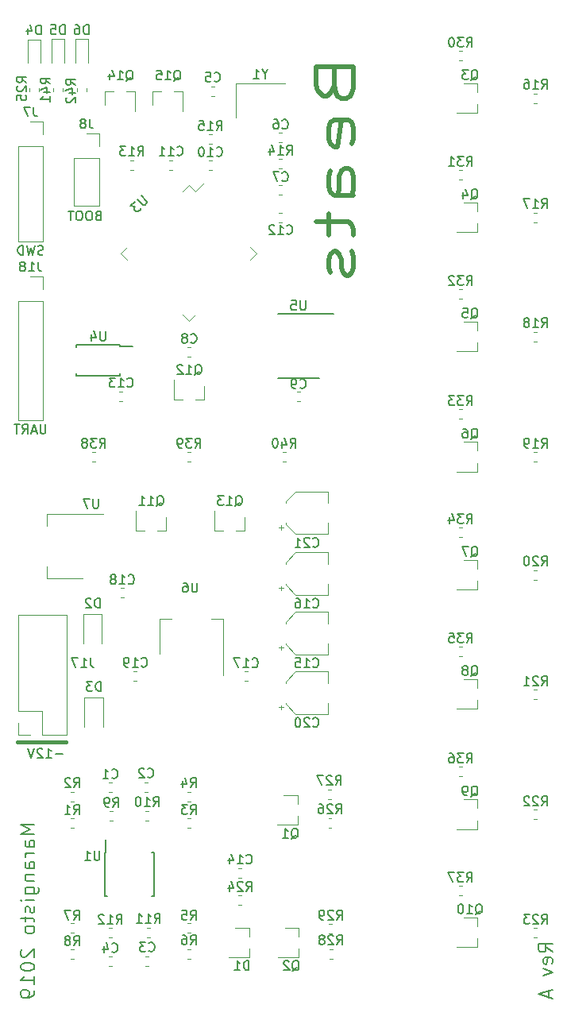
<source format=gbr>
G04 #@! TF.GenerationSoftware,KiCad,Pcbnew,(5.1.0-0)*
G04 #@! TF.CreationDate,2019-05-28T00:09:16+08:00*
G04 #@! TF.ProjectId,Beats,42656174-732e-46b6-9963-61645f706362,rev?*
G04 #@! TF.SameCoordinates,Original*
G04 #@! TF.FileFunction,Legend,Bot*
G04 #@! TF.FilePolarity,Positive*
%FSLAX46Y46*%
G04 Gerber Fmt 4.6, Leading zero omitted, Abs format (unit mm)*
G04 Created by KiCad (PCBNEW (5.1.0-0)) date 2019-05-28 00:09:16*
%MOMM*%
%LPD*%
G04 APERTURE LIST*
%ADD10C,0.150000*%
%ADD11C,0.400000*%
%ADD12C,0.500000*%
%ADD13C,0.120000*%
G04 APERTURE END LIST*
D10*
X126107904Y-125471428D02*
X125346000Y-125471428D01*
X124346000Y-125852380D02*
X124917428Y-125852380D01*
X124631714Y-125852380D02*
X124631714Y-124852380D01*
X124726952Y-124995238D01*
X124822190Y-125090476D01*
X124917428Y-125138095D01*
X123965047Y-124947619D02*
X123917428Y-124900000D01*
X123822190Y-124852380D01*
X123584095Y-124852380D01*
X123488857Y-124900000D01*
X123441238Y-124947619D01*
X123393619Y-125042857D01*
X123393619Y-125138095D01*
X123441238Y-125280952D01*
X124012666Y-125852380D01*
X123393619Y-125852380D01*
X123107904Y-124852380D02*
X122774571Y-125852380D01*
X122441238Y-124852380D01*
D11*
X126505000Y-124130000D02*
X121298000Y-124130000D01*
D10*
X178364571Y-146549714D02*
X177650285Y-146049714D01*
X178364571Y-145692571D02*
X176864571Y-145692571D01*
X176864571Y-146264000D01*
X176936000Y-146406857D01*
X177007428Y-146478285D01*
X177150285Y-146549714D01*
X177364571Y-146549714D01*
X177507428Y-146478285D01*
X177578857Y-146406857D01*
X177650285Y-146264000D01*
X177650285Y-145692571D01*
X178293142Y-147764000D02*
X178364571Y-147621142D01*
X178364571Y-147335428D01*
X178293142Y-147192571D01*
X178150285Y-147121142D01*
X177578857Y-147121142D01*
X177436000Y-147192571D01*
X177364571Y-147335428D01*
X177364571Y-147621142D01*
X177436000Y-147764000D01*
X177578857Y-147835428D01*
X177721714Y-147835428D01*
X177864571Y-147121142D01*
X177364571Y-148335428D02*
X178364571Y-148692571D01*
X177364571Y-149049714D01*
X177936000Y-150692571D02*
X177936000Y-151406857D01*
X178364571Y-150549714D02*
X176864571Y-151049714D01*
X178364571Y-151549714D01*
X123119571Y-132985428D02*
X121619571Y-132985428D01*
X122691000Y-133485428D01*
X121619571Y-133985428D01*
X123119571Y-133985428D01*
X123119571Y-135342571D02*
X122333857Y-135342571D01*
X122191000Y-135271142D01*
X122119571Y-135128285D01*
X122119571Y-134842571D01*
X122191000Y-134699714D01*
X123048142Y-135342571D02*
X123119571Y-135199714D01*
X123119571Y-134842571D01*
X123048142Y-134699714D01*
X122905285Y-134628285D01*
X122762428Y-134628285D01*
X122619571Y-134699714D01*
X122548142Y-134842571D01*
X122548142Y-135199714D01*
X122476714Y-135342571D01*
X123119571Y-136056857D02*
X122119571Y-136056857D01*
X122405285Y-136056857D02*
X122262428Y-136128285D01*
X122191000Y-136199714D01*
X122119571Y-136342571D01*
X122119571Y-136485428D01*
X123119571Y-137628285D02*
X122333857Y-137628285D01*
X122191000Y-137556857D01*
X122119571Y-137414000D01*
X122119571Y-137128285D01*
X122191000Y-136985428D01*
X123048142Y-137628285D02*
X123119571Y-137485428D01*
X123119571Y-137128285D01*
X123048142Y-136985428D01*
X122905285Y-136914000D01*
X122762428Y-136914000D01*
X122619571Y-136985428D01*
X122548142Y-137128285D01*
X122548142Y-137485428D01*
X122476714Y-137628285D01*
X122119571Y-138342571D02*
X123119571Y-138342571D01*
X122262428Y-138342571D02*
X122191000Y-138414000D01*
X122119571Y-138556857D01*
X122119571Y-138771142D01*
X122191000Y-138914000D01*
X122333857Y-138985428D01*
X123119571Y-138985428D01*
X122119571Y-140342571D02*
X123333857Y-140342571D01*
X123476714Y-140271142D01*
X123548142Y-140199714D01*
X123619571Y-140056857D01*
X123619571Y-139842571D01*
X123548142Y-139699714D01*
X123048142Y-140342571D02*
X123119571Y-140199714D01*
X123119571Y-139914000D01*
X123048142Y-139771142D01*
X122976714Y-139699714D01*
X122833857Y-139628285D01*
X122405285Y-139628285D01*
X122262428Y-139699714D01*
X122191000Y-139771142D01*
X122119571Y-139914000D01*
X122119571Y-140199714D01*
X122191000Y-140342571D01*
X123119571Y-141056857D02*
X122119571Y-141056857D01*
X121619571Y-141056857D02*
X121691000Y-140985428D01*
X121762428Y-141056857D01*
X121691000Y-141128285D01*
X121619571Y-141056857D01*
X121762428Y-141056857D01*
X123048142Y-141699714D02*
X123119571Y-141842571D01*
X123119571Y-142128285D01*
X123048142Y-142271142D01*
X122905285Y-142342571D01*
X122833857Y-142342571D01*
X122691000Y-142271142D01*
X122619571Y-142128285D01*
X122619571Y-141914000D01*
X122548142Y-141771142D01*
X122405285Y-141699714D01*
X122333857Y-141699714D01*
X122191000Y-141771142D01*
X122119571Y-141913999D01*
X122119571Y-142128285D01*
X122191000Y-142271142D01*
X122119571Y-142771142D02*
X122119571Y-143342571D01*
X121619571Y-142985428D02*
X122905285Y-142985428D01*
X123048142Y-143056857D01*
X123119571Y-143199714D01*
X123119571Y-143342571D01*
X123119571Y-144056857D02*
X123048142Y-143914000D01*
X122976714Y-143842571D01*
X122833857Y-143771142D01*
X122405285Y-143771142D01*
X122262428Y-143842571D01*
X122191000Y-143914000D01*
X122119571Y-144056857D01*
X122119571Y-144271142D01*
X122191000Y-144414000D01*
X122262428Y-144485428D01*
X122405285Y-144556857D01*
X122833857Y-144556857D01*
X122976714Y-144485428D01*
X123048142Y-144414000D01*
X123119571Y-144271142D01*
X123119571Y-144056857D01*
X121762428Y-146271142D02*
X121691000Y-146342571D01*
X121619571Y-146485428D01*
X121619571Y-146842571D01*
X121691000Y-146985428D01*
X121762428Y-147056857D01*
X121905285Y-147128285D01*
X122048142Y-147128285D01*
X122262428Y-147056857D01*
X123119571Y-146199714D01*
X123119571Y-147128285D01*
X121619571Y-148056857D02*
X121619571Y-148199714D01*
X121691000Y-148342571D01*
X121762428Y-148414000D01*
X121905285Y-148485428D01*
X122191000Y-148556857D01*
X122548142Y-148556857D01*
X122833857Y-148485428D01*
X122976714Y-148414000D01*
X123048142Y-148342571D01*
X123119571Y-148199714D01*
X123119571Y-148056857D01*
X123048142Y-147914000D01*
X122976714Y-147842571D01*
X122833857Y-147771142D01*
X122548142Y-147699714D01*
X122191000Y-147699714D01*
X121905285Y-147771142D01*
X121762428Y-147842571D01*
X121691000Y-147914000D01*
X121619571Y-148056857D01*
X123119571Y-149985428D02*
X123119571Y-149128285D01*
X123119571Y-149556857D02*
X121619571Y-149556857D01*
X121833857Y-149414000D01*
X121976714Y-149271142D01*
X122048142Y-149128285D01*
X123119571Y-150699714D02*
X123119571Y-150985428D01*
X123048142Y-151128285D01*
X122976714Y-151199714D01*
X122762428Y-151342571D01*
X122476714Y-151414000D01*
X121905285Y-151414000D01*
X121762428Y-151342571D01*
X121691000Y-151271142D01*
X121619571Y-151128285D01*
X121619571Y-150842571D01*
X121691000Y-150699714D01*
X121762428Y-150628285D01*
X121905285Y-150556857D01*
X122262428Y-150556857D01*
X122405285Y-150628285D01*
X122476714Y-150699714D01*
X122548142Y-150842571D01*
X122548142Y-151128285D01*
X122476714Y-151271142D01*
X122405285Y-151342571D01*
X122262428Y-151414000D01*
D12*
X155048285Y-54170000D02*
X155238761Y-55027142D01*
X155429238Y-55312857D01*
X155810190Y-55598571D01*
X156381619Y-55598571D01*
X156762571Y-55312857D01*
X156953047Y-55027142D01*
X157143523Y-54455714D01*
X157143523Y-52170000D01*
X153143523Y-52170000D01*
X153143523Y-54170000D01*
X153334000Y-54741428D01*
X153524476Y-55027142D01*
X153905428Y-55312857D01*
X154286380Y-55312857D01*
X154667333Y-55027142D01*
X154857809Y-54741428D01*
X155048285Y-54170000D01*
X155048285Y-52170000D01*
X156953047Y-60455714D02*
X157143523Y-59884285D01*
X157143523Y-58741428D01*
X156953047Y-58170000D01*
X156572095Y-57884285D01*
X155048285Y-57884285D01*
X154667333Y-58170000D01*
X154476857Y-58741428D01*
X154476857Y-59884285D01*
X154667333Y-60455714D01*
X155048285Y-60741428D01*
X155429238Y-60741428D01*
X155810190Y-57884285D01*
X157143523Y-65884285D02*
X155048285Y-65884285D01*
X154667333Y-65598571D01*
X154476857Y-65027142D01*
X154476857Y-63884285D01*
X154667333Y-63312857D01*
X156953047Y-65884285D02*
X157143523Y-65312857D01*
X157143523Y-63884285D01*
X156953047Y-63312857D01*
X156572095Y-63027142D01*
X156191142Y-63027142D01*
X155810190Y-63312857D01*
X155619714Y-63884285D01*
X155619714Y-65312857D01*
X155429238Y-65884285D01*
X154476857Y-67884285D02*
X154476857Y-70170000D01*
X153143523Y-68741428D02*
X156572095Y-68741428D01*
X156953047Y-69027142D01*
X157143523Y-69598571D01*
X157143523Y-70170000D01*
X156953047Y-71884285D02*
X157143523Y-72455714D01*
X157143523Y-73598571D01*
X156953047Y-74170000D01*
X156572095Y-74455714D01*
X156381619Y-74455714D01*
X156000666Y-74170000D01*
X155810190Y-73598571D01*
X155810190Y-72741428D01*
X155619714Y-72170000D01*
X155238761Y-71884285D01*
X155048285Y-71884285D01*
X154667333Y-72170000D01*
X154476857Y-72741428D01*
X154476857Y-73598571D01*
X154667333Y-74170000D01*
D10*
X129894142Y-68051571D02*
X129751285Y-68099190D01*
X129703666Y-68146809D01*
X129656047Y-68242047D01*
X129656047Y-68384904D01*
X129703666Y-68480142D01*
X129751285Y-68527761D01*
X129846523Y-68575380D01*
X130227476Y-68575380D01*
X130227476Y-67575380D01*
X129894142Y-67575380D01*
X129798904Y-67623000D01*
X129751285Y-67670619D01*
X129703666Y-67765857D01*
X129703666Y-67861095D01*
X129751285Y-67956333D01*
X129798904Y-68003952D01*
X129894142Y-68051571D01*
X130227476Y-68051571D01*
X129037000Y-67575380D02*
X128846523Y-67575380D01*
X128751285Y-67623000D01*
X128656047Y-67718238D01*
X128608428Y-67908714D01*
X128608428Y-68242047D01*
X128656047Y-68432523D01*
X128751285Y-68527761D01*
X128846523Y-68575380D01*
X129037000Y-68575380D01*
X129132238Y-68527761D01*
X129227476Y-68432523D01*
X129275095Y-68242047D01*
X129275095Y-67908714D01*
X129227476Y-67718238D01*
X129132238Y-67623000D01*
X129037000Y-67575380D01*
X127989380Y-67575380D02*
X127798904Y-67575380D01*
X127703666Y-67623000D01*
X127608428Y-67718238D01*
X127560809Y-67908714D01*
X127560809Y-68242047D01*
X127608428Y-68432523D01*
X127703666Y-68527761D01*
X127798904Y-68575380D01*
X127989380Y-68575380D01*
X128084619Y-68527761D01*
X128179857Y-68432523D01*
X128227476Y-68242047D01*
X128227476Y-67908714D01*
X128179857Y-67718238D01*
X128084619Y-67623000D01*
X127989380Y-67575380D01*
X127275095Y-67575380D02*
X126703666Y-67575380D01*
X126989380Y-68575380D02*
X126989380Y-67575380D01*
X124290238Y-90308380D02*
X124290238Y-91117904D01*
X124242619Y-91213142D01*
X124195000Y-91260761D01*
X124099761Y-91308380D01*
X123909285Y-91308380D01*
X123814047Y-91260761D01*
X123766428Y-91213142D01*
X123718809Y-91117904D01*
X123718809Y-90308380D01*
X123290238Y-91022666D02*
X122814047Y-91022666D01*
X123385476Y-91308380D02*
X123052142Y-90308380D01*
X122718809Y-91308380D01*
X121814047Y-91308380D02*
X122147380Y-90832190D01*
X122385476Y-91308380D02*
X122385476Y-90308380D01*
X122004523Y-90308380D01*
X121909285Y-90356000D01*
X121861666Y-90403619D01*
X121814047Y-90498857D01*
X121814047Y-90641714D01*
X121861666Y-90736952D01*
X121909285Y-90784571D01*
X122004523Y-90832190D01*
X122385476Y-90832190D01*
X121528333Y-90308380D02*
X120956904Y-90308380D01*
X121242619Y-91308380D02*
X121242619Y-90308380D01*
X124052142Y-72210761D02*
X123909285Y-72258380D01*
X123671190Y-72258380D01*
X123575952Y-72210761D01*
X123528333Y-72163142D01*
X123480714Y-72067904D01*
X123480714Y-71972666D01*
X123528333Y-71877428D01*
X123575952Y-71829809D01*
X123671190Y-71782190D01*
X123861666Y-71734571D01*
X123956904Y-71686952D01*
X124004523Y-71639333D01*
X124052142Y-71544095D01*
X124052142Y-71448857D01*
X124004523Y-71353619D01*
X123956904Y-71306000D01*
X123861666Y-71258380D01*
X123623571Y-71258380D01*
X123480714Y-71306000D01*
X123147380Y-71258380D02*
X122909285Y-72258380D01*
X122718809Y-71544095D01*
X122528333Y-72258380D01*
X122290238Y-71258380D01*
X121909285Y-72258380D02*
X121909285Y-71258380D01*
X121671190Y-71258380D01*
X121528333Y-71306000D01*
X121433095Y-71401238D01*
X121385476Y-71496476D01*
X121337857Y-71686952D01*
X121337857Y-71829809D01*
X121385476Y-72020285D01*
X121433095Y-72115523D01*
X121528333Y-72210761D01*
X121671190Y-72258380D01*
X121909285Y-72258380D01*
X130611000Y-135902000D02*
X130736000Y-135902000D01*
X130611000Y-140552000D02*
X130836000Y-140552000D01*
X135861000Y-140552000D02*
X135636000Y-140552000D01*
X135861000Y-135902000D02*
X135636000Y-135902000D01*
X130611000Y-135902000D02*
X130611000Y-140552000D01*
X135861000Y-135902000D02*
X135861000Y-140552000D01*
X130736000Y-135902000D02*
X130736000Y-134552000D01*
D13*
X128666000Y-54498221D02*
X128666000Y-54823779D01*
X127646000Y-54498221D02*
X127646000Y-54823779D01*
X126126000Y-54498221D02*
X126126000Y-54823779D01*
X125106000Y-54498221D02*
X125106000Y-54823779D01*
X135720000Y-54790000D02*
X135720000Y-56250000D01*
X138880000Y-54790000D02*
X138880000Y-56950000D01*
X138880000Y-54790000D02*
X137950000Y-54790000D01*
X135720000Y-54790000D02*
X136650000Y-54790000D01*
X130640000Y-54790000D02*
X130640000Y-56250000D01*
X133800000Y-54790000D02*
X133800000Y-56950000D01*
X133800000Y-54790000D02*
X132870000Y-54790000D01*
X130640000Y-54790000D02*
X131570000Y-54790000D01*
X128841000Y-49280300D02*
X128841000Y-51765300D01*
X127471000Y-49280300D02*
X128841000Y-49280300D01*
X127471000Y-51765300D02*
X127471000Y-49280300D01*
X126301000Y-49280300D02*
X126301000Y-51765300D01*
X124931000Y-49280300D02*
X126301000Y-49280300D01*
X124931000Y-51765300D02*
X124931000Y-49280300D01*
X123761000Y-49293000D02*
X123761000Y-51778000D01*
X122391000Y-49293000D02*
X123761000Y-49293000D01*
X122391000Y-51778000D02*
X122391000Y-49293000D01*
X124025000Y-74540000D02*
X122695000Y-74540000D01*
X124025000Y-75870000D02*
X124025000Y-74540000D01*
X124025000Y-77140000D02*
X121365000Y-77140000D01*
X121365000Y-77140000D02*
X121365000Y-89900000D01*
X124025000Y-77140000D02*
X124025000Y-89900000D01*
X124025000Y-89900000D02*
X121365000Y-89900000D01*
X149908779Y-94287000D02*
X149583221Y-94287000D01*
X149908779Y-93267000D02*
X149583221Y-93267000D01*
X139748779Y-94287000D02*
X139423221Y-94287000D01*
X139748779Y-93267000D02*
X139423221Y-93267000D01*
X129588779Y-94287000D02*
X129263221Y-94287000D01*
X129588779Y-93267000D02*
X129263221Y-93267000D01*
X168379221Y-139495000D02*
X168704779Y-139495000D01*
X168379221Y-140515000D02*
X168704779Y-140515000D01*
X168379221Y-126795000D02*
X168704779Y-126795000D01*
X168379221Y-127815000D02*
X168704779Y-127815000D01*
X168379221Y-113968000D02*
X168704779Y-113968000D01*
X168379221Y-114988000D02*
X168704779Y-114988000D01*
X168379221Y-101268000D02*
X168704779Y-101268000D01*
X168379221Y-102288000D02*
X168704779Y-102288000D01*
X168379221Y-88695000D02*
X168704779Y-88695000D01*
X168379221Y-89715000D02*
X168704779Y-89715000D01*
X168379221Y-75868000D02*
X168704779Y-75868000D01*
X168379221Y-76888000D02*
X168704779Y-76888000D01*
X168379221Y-63168000D02*
X168704779Y-63168000D01*
X168379221Y-64188000D02*
X168704779Y-64188000D01*
X168379221Y-50468000D02*
X168704779Y-50468000D01*
X168379221Y-51488000D02*
X168704779Y-51488000D01*
X145484000Y-101649000D02*
X145484000Y-100189000D01*
X142324000Y-101649000D02*
X142324000Y-99489000D01*
X142324000Y-101649000D02*
X143254000Y-101649000D01*
X145484000Y-101649000D02*
X144554000Y-101649000D01*
X141166000Y-87679000D02*
X141166000Y-86219000D01*
X138006000Y-87679000D02*
X138006000Y-85519000D01*
X138006000Y-87679000D02*
X138936000Y-87679000D01*
X141166000Y-87679000D02*
X140236000Y-87679000D01*
X137102000Y-101649000D02*
X137102000Y-100189000D01*
X133942000Y-101649000D02*
X133942000Y-99489000D01*
X133942000Y-101649000D02*
X134872000Y-101649000D01*
X137102000Y-101649000D02*
X136172000Y-101649000D01*
X170318000Y-142870000D02*
X168858000Y-142870000D01*
X170318000Y-146030000D02*
X168158000Y-146030000D01*
X170318000Y-146030000D02*
X170318000Y-145100000D01*
X170318000Y-142870000D02*
X170318000Y-143800000D01*
X170318000Y-130297000D02*
X168858000Y-130297000D01*
X170318000Y-133457000D02*
X168158000Y-133457000D01*
X170318000Y-133457000D02*
X170318000Y-132527000D01*
X170318000Y-130297000D02*
X170318000Y-131227000D01*
X170318000Y-117470000D02*
X168858000Y-117470000D01*
X170318000Y-120630000D02*
X168158000Y-120630000D01*
X170318000Y-120630000D02*
X170318000Y-119700000D01*
X170318000Y-117470000D02*
X170318000Y-118400000D01*
X170318000Y-104770000D02*
X168858000Y-104770000D01*
X170318000Y-107930000D02*
X168158000Y-107930000D01*
X170318000Y-107930000D02*
X170318000Y-107000000D01*
X170318000Y-104770000D02*
X170318000Y-105700000D01*
X170318000Y-92197000D02*
X168858000Y-92197000D01*
X170318000Y-95357000D02*
X168158000Y-95357000D01*
X170318000Y-95357000D02*
X170318000Y-94427000D01*
X170318000Y-92197000D02*
X170318000Y-93127000D01*
X170318000Y-79370000D02*
X168858000Y-79370000D01*
X170318000Y-82530000D02*
X168158000Y-82530000D01*
X170318000Y-82530000D02*
X170318000Y-81600000D01*
X170318000Y-79370000D02*
X170318000Y-80300000D01*
X170318000Y-66670000D02*
X168858000Y-66670000D01*
X170318000Y-69830000D02*
X168158000Y-69830000D01*
X170318000Y-69830000D02*
X170318000Y-68900000D01*
X170318000Y-66670000D02*
X170318000Y-67600000D01*
X170318000Y-53970000D02*
X168858000Y-53970000D01*
X170318000Y-57130000D02*
X168158000Y-57130000D01*
X170318000Y-57130000D02*
X170318000Y-56200000D01*
X170318000Y-53970000D02*
X170318000Y-54900000D01*
X130478000Y-99892000D02*
X124468000Y-99892000D01*
X128228000Y-106712000D02*
X124468000Y-106712000D01*
X124468000Y-99892000D02*
X124468000Y-101152000D01*
X124468000Y-106712000D02*
X124468000Y-105452000D01*
X144556000Y-57654000D02*
X144556000Y-53954000D01*
X144556000Y-53954000D02*
X149856000Y-53954000D01*
X136430000Y-111044000D02*
X137690000Y-111044000D01*
X143250000Y-111044000D02*
X141990000Y-111044000D01*
X136430000Y-114804000D02*
X136430000Y-111044000D01*
X143250000Y-117054000D02*
X143250000Y-111044000D01*
D10*
X153495000Y-85416000D02*
X149045000Y-85416000D01*
X155020000Y-78516000D02*
X149045000Y-78516000D01*
X132259000Y-81865000D02*
X132259000Y-81965000D01*
X127609000Y-81865000D02*
X127609000Y-82065000D01*
X127609000Y-85115000D02*
X127609000Y-84915000D01*
X132259000Y-85115000D02*
X132259000Y-84915000D01*
X132259000Y-81865000D02*
X127609000Y-81865000D01*
X132259000Y-85115000D02*
X127609000Y-85115000D01*
X132259000Y-81965000D02*
X133609000Y-81965000D01*
D13*
X140232751Y-78640280D02*
X139561000Y-79312031D01*
X139561000Y-79312031D02*
X138889249Y-78640280D01*
X146115880Y-72757151D02*
X146787631Y-72085400D01*
X146787631Y-72085400D02*
X146115880Y-71413649D01*
X133006120Y-71413649D02*
X132334369Y-72085400D01*
X132334369Y-72085400D02*
X133006120Y-72757151D01*
X138889249Y-65530520D02*
X139561000Y-64858769D01*
X139561000Y-64858769D02*
X140232751Y-65530520D01*
X140232751Y-65530520D02*
X141180275Y-64582997D01*
X154861779Y-143559000D02*
X154536221Y-143559000D01*
X154861779Y-144579000D02*
X154536221Y-144579000D01*
X154889779Y-146226000D02*
X154564221Y-146226000D01*
X154889779Y-147246000D02*
X154564221Y-147246000D01*
X154734779Y-129208000D02*
X154409221Y-129208000D01*
X154734779Y-130228000D02*
X154409221Y-130228000D01*
X154788779Y-132256000D02*
X154463221Y-132256000D01*
X154788779Y-133276000D02*
X154463221Y-133276000D01*
X123586000Y-54823779D02*
X123586000Y-54498221D01*
X122566000Y-54823779D02*
X122566000Y-54498221D01*
X145209779Y-140511000D02*
X144884221Y-140511000D01*
X145209779Y-141531000D02*
X144884221Y-141531000D01*
X176380221Y-144960000D02*
X176705779Y-144960000D01*
X176380221Y-143940000D02*
X176705779Y-143940000D01*
X176380221Y-132387000D02*
X176705779Y-132387000D01*
X176380221Y-131367000D02*
X176705779Y-131367000D01*
X176380221Y-119560000D02*
X176705779Y-119560000D01*
X176380221Y-118540000D02*
X176705779Y-118540000D01*
X176705779Y-105840000D02*
X176380221Y-105840000D01*
X176705779Y-106860000D02*
X176380221Y-106860000D01*
X176705779Y-93267000D02*
X176380221Y-93267000D01*
X176705779Y-94287000D02*
X176380221Y-94287000D01*
X176705779Y-80440000D02*
X176380221Y-80440000D01*
X176705779Y-81460000D02*
X176380221Y-81460000D01*
X176705779Y-67740000D02*
X176380221Y-67740000D01*
X176705779Y-68760000D02*
X176380221Y-68760000D01*
X176380221Y-56060000D02*
X176705779Y-56060000D01*
X176380221Y-55040000D02*
X176705779Y-55040000D01*
X141709221Y-60378000D02*
X142034779Y-60378000D01*
X141709221Y-59358000D02*
X142034779Y-59358000D01*
X149527779Y-62025000D02*
X149202221Y-62025000D01*
X149527779Y-63045000D02*
X149202221Y-63045000D01*
X133652779Y-62152000D02*
X133327221Y-62152000D01*
X133652779Y-63172000D02*
X133327221Y-63172000D01*
X131041221Y-144960000D02*
X131366779Y-144960000D01*
X131041221Y-143940000D02*
X131366779Y-143940000D01*
X135430779Y-143940000D02*
X135105221Y-143940000D01*
X135430779Y-144960000D02*
X135105221Y-144960000D01*
X135303779Y-131494000D02*
X134978221Y-131494000D01*
X135303779Y-132514000D02*
X134978221Y-132514000D01*
X131168221Y-132514000D02*
X131493779Y-132514000D01*
X131168221Y-131494000D02*
X131493779Y-131494000D01*
X126977221Y-147246000D02*
X127302779Y-147246000D01*
X126977221Y-146226000D02*
X127302779Y-146226000D01*
X127302779Y-143432000D02*
X126977221Y-143432000D01*
X127302779Y-144452000D02*
X126977221Y-144452000D01*
X139748779Y-146226000D02*
X139423221Y-146226000D01*
X139748779Y-147246000D02*
X139423221Y-147246000D01*
X139423221Y-144452000D02*
X139748779Y-144452000D01*
X139423221Y-143432000D02*
X139748779Y-143432000D01*
X139748779Y-129462000D02*
X139423221Y-129462000D01*
X139748779Y-130482000D02*
X139423221Y-130482000D01*
X139423221Y-133276000D02*
X139748779Y-133276000D01*
X139423221Y-132256000D02*
X139748779Y-132256000D01*
X127302779Y-129462000D02*
X126977221Y-129462000D01*
X127302779Y-130482000D02*
X126977221Y-130482000D01*
X126977221Y-133276000D02*
X127302779Y-133276000D01*
X126977221Y-132256000D02*
X127302779Y-132256000D01*
X151257000Y-143953000D02*
X151257000Y-144883000D01*
X151257000Y-147113000D02*
X151257000Y-146183000D01*
X151257000Y-147113000D02*
X149097000Y-147113000D01*
X151257000Y-143953000D02*
X149797000Y-143953000D01*
X151156000Y-129852000D02*
X151156000Y-130782000D01*
X151156000Y-133012000D02*
X151156000Y-132082000D01*
X151156000Y-133012000D02*
X148996000Y-133012000D01*
X151156000Y-129852000D02*
X149696000Y-129852000D01*
X121365000Y-110608000D02*
X126565000Y-110608000D01*
X121365000Y-120828000D02*
X121365000Y-110608000D01*
X126565000Y-123428000D02*
X126565000Y-110608000D01*
X121365000Y-120828000D02*
X123965000Y-120828000D01*
X123965000Y-120828000D02*
X123965000Y-123428000D01*
X123965000Y-123428000D02*
X126565000Y-123428000D01*
X121365000Y-122098000D02*
X121365000Y-123428000D01*
X121365000Y-123428000D02*
X122695000Y-123428000D01*
X129994000Y-67040000D02*
X127334000Y-67040000D01*
X129994000Y-61900000D02*
X129994000Y-67040000D01*
X127334000Y-61900000D02*
X127334000Y-67040000D01*
X129994000Y-61900000D02*
X127334000Y-61900000D01*
X129994000Y-60630000D02*
X129994000Y-59300000D01*
X129994000Y-59300000D02*
X128664000Y-59300000D01*
X124025000Y-70850000D02*
X121365000Y-70850000D01*
X124025000Y-60630000D02*
X124025000Y-70850000D01*
X121365000Y-60630000D02*
X121365000Y-70850000D01*
X124025000Y-60630000D02*
X121365000Y-60630000D01*
X124025000Y-59360000D02*
X124025000Y-58030000D01*
X124025000Y-58030000D02*
X122695000Y-58030000D01*
X128426000Y-122590000D02*
X128426000Y-119390000D01*
X130426000Y-119390000D02*
X130426000Y-122590000D01*
X130426000Y-119390000D02*
X128426000Y-119390000D01*
X128299000Y-113700000D02*
X128299000Y-110500000D01*
X130299000Y-110500000D02*
X130299000Y-113700000D01*
X130299000Y-110500000D02*
X128299000Y-110500000D01*
X145998000Y-143950000D02*
X145998000Y-144880000D01*
X145998000Y-147110000D02*
X145998000Y-146180000D01*
X145998000Y-147110000D02*
X143838000Y-147110000D01*
X145998000Y-143950000D02*
X144538000Y-143950000D01*
X154419000Y-97486000D02*
X154419000Y-98686000D01*
X154419000Y-102006000D02*
X154419000Y-100806000D01*
X150963437Y-102006000D02*
X154419000Y-102006000D01*
X150963437Y-97486000D02*
X154419000Y-97486000D01*
X149899000Y-98550437D02*
X149899000Y-98686000D01*
X149899000Y-100941563D02*
X149899000Y-100806000D01*
X149899000Y-100941563D02*
X150963437Y-102006000D01*
X149899000Y-98550437D02*
X150963437Y-97486000D01*
X149159000Y-101306000D02*
X149659000Y-101306000D01*
X149409000Y-101556000D02*
X149409000Y-101056000D01*
X154419000Y-116663000D02*
X154419000Y-117863000D01*
X154419000Y-121183000D02*
X154419000Y-119983000D01*
X150963437Y-121183000D02*
X154419000Y-121183000D01*
X150963437Y-116663000D02*
X154419000Y-116663000D01*
X149899000Y-117727437D02*
X149899000Y-117863000D01*
X149899000Y-120118563D02*
X149899000Y-119983000D01*
X149899000Y-120118563D02*
X150963437Y-121183000D01*
X149899000Y-117727437D02*
X150963437Y-116663000D01*
X149159000Y-120483000D02*
X149659000Y-120483000D01*
X149409000Y-120733000D02*
X149409000Y-120233000D01*
X134033779Y-116635000D02*
X133708221Y-116635000D01*
X134033779Y-117655000D02*
X133708221Y-117655000D01*
X132311221Y-108765000D02*
X132636779Y-108765000D01*
X132311221Y-107745000D02*
X132636779Y-107745000D01*
X145519221Y-117655000D02*
X145844779Y-117655000D01*
X145519221Y-116635000D02*
X145844779Y-116635000D01*
X154419000Y-103963000D02*
X154419000Y-105163000D01*
X154419000Y-108483000D02*
X154419000Y-107283000D01*
X150963437Y-108483000D02*
X154419000Y-108483000D01*
X150963437Y-103963000D02*
X154419000Y-103963000D01*
X149899000Y-105027437D02*
X149899000Y-105163000D01*
X149899000Y-107418563D02*
X149899000Y-107283000D01*
X149899000Y-107418563D02*
X150963437Y-108483000D01*
X149899000Y-105027437D02*
X150963437Y-103963000D01*
X149159000Y-107783000D02*
X149659000Y-107783000D01*
X149409000Y-108033000D02*
X149409000Y-107533000D01*
X154419000Y-110313000D02*
X154419000Y-111513000D01*
X154419000Y-114833000D02*
X154419000Y-113633000D01*
X150963437Y-114833000D02*
X154419000Y-114833000D01*
X150963437Y-110313000D02*
X154419000Y-110313000D01*
X149899000Y-111377437D02*
X149899000Y-111513000D01*
X149899000Y-113768563D02*
X149899000Y-113633000D01*
X149899000Y-113768563D02*
X150963437Y-114833000D01*
X149899000Y-111377437D02*
X150963437Y-110313000D01*
X149159000Y-114133000D02*
X149659000Y-114133000D01*
X149409000Y-114383000D02*
X149409000Y-113883000D01*
X144884221Y-138610000D02*
X145209779Y-138610000D01*
X144884221Y-137590000D02*
X145209779Y-137590000D01*
X132184221Y-87810000D02*
X132509779Y-87810000D01*
X132184221Y-86790000D02*
X132509779Y-86790000D01*
X149527779Y-67740000D02*
X149202221Y-67740000D01*
X149527779Y-68760000D02*
X149202221Y-68760000D01*
X137843779Y-62152000D02*
X137518221Y-62152000D01*
X137843779Y-63172000D02*
X137518221Y-63172000D01*
X141709221Y-63172000D02*
X142034779Y-63172000D01*
X141709221Y-62152000D02*
X142034779Y-62152000D01*
X151432779Y-86790000D02*
X151107221Y-86790000D01*
X151432779Y-87810000D02*
X151107221Y-87810000D01*
X139449221Y-83111000D02*
X139774779Y-83111000D01*
X139449221Y-82091000D02*
X139774779Y-82091000D01*
X149202221Y-65839000D02*
X149527779Y-65839000D01*
X149202221Y-64819000D02*
X149527779Y-64819000D01*
X149202221Y-60251000D02*
X149527779Y-60251000D01*
X149202221Y-59231000D02*
X149527779Y-59231000D01*
X142288779Y-54278000D02*
X141963221Y-54278000D01*
X142288779Y-55298000D02*
X141963221Y-55298000D01*
X131041221Y-148008000D02*
X131366779Y-148008000D01*
X131041221Y-146988000D02*
X131366779Y-146988000D01*
X135303779Y-146988000D02*
X134978221Y-146988000D01*
X135303779Y-148008000D02*
X134978221Y-148008000D01*
X135176779Y-128446000D02*
X134851221Y-128446000D01*
X135176779Y-129466000D02*
X134851221Y-129466000D01*
X131041221Y-129466000D02*
X131366779Y-129466000D01*
X131041221Y-128446000D02*
X131366779Y-128446000D01*
D10*
X130060904Y-135774380D02*
X130060904Y-136583904D01*
X130013285Y-136679142D01*
X129965666Y-136726761D01*
X129870428Y-136774380D01*
X129679952Y-136774380D01*
X129584714Y-136726761D01*
X129537095Y-136679142D01*
X129489476Y-136583904D01*
X129489476Y-135774380D01*
X128489476Y-136774380D02*
X129060904Y-136774380D01*
X128775190Y-136774380D02*
X128775190Y-135774380D01*
X128870428Y-135917238D01*
X128965666Y-136012476D01*
X129060904Y-136060095D01*
X127465380Y-54145142D02*
X126989190Y-53811809D01*
X127465380Y-53573714D02*
X126465380Y-53573714D01*
X126465380Y-53954666D01*
X126513000Y-54049904D01*
X126560619Y-54097523D01*
X126655857Y-54145142D01*
X126798714Y-54145142D01*
X126893952Y-54097523D01*
X126941571Y-54049904D01*
X126989190Y-53954666D01*
X126989190Y-53573714D01*
X126798714Y-55002285D02*
X127465380Y-55002285D01*
X126417761Y-54764190D02*
X127132047Y-54526095D01*
X127132047Y-55145142D01*
X126560619Y-55478476D02*
X126513000Y-55526095D01*
X126465380Y-55621333D01*
X126465380Y-55859428D01*
X126513000Y-55954666D01*
X126560619Y-56002285D01*
X126655857Y-56049904D01*
X126751095Y-56049904D01*
X126893952Y-56002285D01*
X127465380Y-55430857D01*
X127465380Y-56049904D01*
X124798380Y-54018142D02*
X124322190Y-53684809D01*
X124798380Y-53446714D02*
X123798380Y-53446714D01*
X123798380Y-53827666D01*
X123846000Y-53922904D01*
X123893619Y-53970523D01*
X123988857Y-54018142D01*
X124131714Y-54018142D01*
X124226952Y-53970523D01*
X124274571Y-53922904D01*
X124322190Y-53827666D01*
X124322190Y-53446714D01*
X124131714Y-54875285D02*
X124798380Y-54875285D01*
X123750761Y-54637190D02*
X124465047Y-54399095D01*
X124465047Y-55018142D01*
X124798380Y-55922904D02*
X124798380Y-55351476D01*
X124798380Y-55637190D02*
X123798380Y-55637190D01*
X123941238Y-55541952D01*
X124036476Y-55446714D01*
X124084095Y-55351476D01*
X137958428Y-53684619D02*
X138053666Y-53637000D01*
X138148904Y-53541761D01*
X138291761Y-53398904D01*
X138387000Y-53351285D01*
X138482238Y-53351285D01*
X138434619Y-53589380D02*
X138529857Y-53541761D01*
X138625095Y-53446523D01*
X138672714Y-53256047D01*
X138672714Y-52922714D01*
X138625095Y-52732238D01*
X138529857Y-52637000D01*
X138434619Y-52589380D01*
X138244142Y-52589380D01*
X138148904Y-52637000D01*
X138053666Y-52732238D01*
X138006047Y-52922714D01*
X138006047Y-53256047D01*
X138053666Y-53446523D01*
X138148904Y-53541761D01*
X138244142Y-53589380D01*
X138434619Y-53589380D01*
X137053666Y-53589380D02*
X137625095Y-53589380D01*
X137339380Y-53589380D02*
X137339380Y-52589380D01*
X137434619Y-52732238D01*
X137529857Y-52827476D01*
X137625095Y-52875095D01*
X136148904Y-52589380D02*
X136625095Y-52589380D01*
X136672714Y-53065571D01*
X136625095Y-53017952D01*
X136529857Y-52970333D01*
X136291761Y-52970333D01*
X136196523Y-53017952D01*
X136148904Y-53065571D01*
X136101285Y-53160809D01*
X136101285Y-53398904D01*
X136148904Y-53494142D01*
X136196523Y-53541761D01*
X136291761Y-53589380D01*
X136529857Y-53589380D01*
X136625095Y-53541761D01*
X136672714Y-53494142D01*
X132878428Y-53684619D02*
X132973666Y-53637000D01*
X133068904Y-53541761D01*
X133211761Y-53398904D01*
X133307000Y-53351285D01*
X133402238Y-53351285D01*
X133354619Y-53589380D02*
X133449857Y-53541761D01*
X133545095Y-53446523D01*
X133592714Y-53256047D01*
X133592714Y-52922714D01*
X133545095Y-52732238D01*
X133449857Y-52637000D01*
X133354619Y-52589380D01*
X133164142Y-52589380D01*
X133068904Y-52637000D01*
X132973666Y-52732238D01*
X132926047Y-52922714D01*
X132926047Y-53256047D01*
X132973666Y-53446523D01*
X133068904Y-53541761D01*
X133164142Y-53589380D01*
X133354619Y-53589380D01*
X131973666Y-53589380D02*
X132545095Y-53589380D01*
X132259380Y-53589380D02*
X132259380Y-52589380D01*
X132354619Y-52732238D01*
X132449857Y-52827476D01*
X132545095Y-52875095D01*
X131116523Y-52922714D02*
X131116523Y-53589380D01*
X131354619Y-52541761D02*
X131592714Y-53256047D01*
X130973666Y-53256047D01*
X128894095Y-48750680D02*
X128894095Y-47750680D01*
X128656000Y-47750680D01*
X128513142Y-47798300D01*
X128417904Y-47893538D01*
X128370285Y-47988776D01*
X128322666Y-48179252D01*
X128322666Y-48322109D01*
X128370285Y-48512585D01*
X128417904Y-48607823D01*
X128513142Y-48703061D01*
X128656000Y-48750680D01*
X128894095Y-48750680D01*
X127465523Y-47750680D02*
X127656000Y-47750680D01*
X127751238Y-47798300D01*
X127798857Y-47845919D01*
X127894095Y-47988776D01*
X127941714Y-48179252D01*
X127941714Y-48560204D01*
X127894095Y-48655442D01*
X127846476Y-48703061D01*
X127751238Y-48750680D01*
X127560761Y-48750680D01*
X127465523Y-48703061D01*
X127417904Y-48655442D01*
X127370285Y-48560204D01*
X127370285Y-48322109D01*
X127417904Y-48226871D01*
X127465523Y-48179252D01*
X127560761Y-48131633D01*
X127751238Y-48131633D01*
X127846476Y-48179252D01*
X127894095Y-48226871D01*
X127941714Y-48322109D01*
X126354095Y-48750680D02*
X126354095Y-47750680D01*
X126116000Y-47750680D01*
X125973142Y-47798300D01*
X125877904Y-47893538D01*
X125830285Y-47988776D01*
X125782666Y-48179252D01*
X125782666Y-48322109D01*
X125830285Y-48512585D01*
X125877904Y-48607823D01*
X125973142Y-48703061D01*
X126116000Y-48750680D01*
X126354095Y-48750680D01*
X124877904Y-47750680D02*
X125354095Y-47750680D01*
X125401714Y-48226871D01*
X125354095Y-48179252D01*
X125258857Y-48131633D01*
X125020761Y-48131633D01*
X124925523Y-48179252D01*
X124877904Y-48226871D01*
X124830285Y-48322109D01*
X124830285Y-48560204D01*
X124877904Y-48655442D01*
X124925523Y-48703061D01*
X125020761Y-48750680D01*
X125258857Y-48750680D01*
X125354095Y-48703061D01*
X125401714Y-48655442D01*
X123814095Y-48763380D02*
X123814095Y-47763380D01*
X123576000Y-47763380D01*
X123433142Y-47811000D01*
X123337904Y-47906238D01*
X123290285Y-48001476D01*
X123242666Y-48191952D01*
X123242666Y-48334809D01*
X123290285Y-48525285D01*
X123337904Y-48620523D01*
X123433142Y-48715761D01*
X123576000Y-48763380D01*
X123814095Y-48763380D01*
X122385523Y-48096714D02*
X122385523Y-48763380D01*
X122623619Y-47715761D02*
X122861714Y-48430047D01*
X122242666Y-48430047D01*
X123504523Y-72992380D02*
X123504523Y-73706666D01*
X123552142Y-73849523D01*
X123647380Y-73944761D01*
X123790238Y-73992380D01*
X123885476Y-73992380D01*
X122504523Y-73992380D02*
X123075952Y-73992380D01*
X122790238Y-73992380D02*
X122790238Y-72992380D01*
X122885476Y-73135238D01*
X122980714Y-73230476D01*
X123075952Y-73278095D01*
X121933095Y-73420952D02*
X122028333Y-73373333D01*
X122075952Y-73325714D01*
X122123571Y-73230476D01*
X122123571Y-73182857D01*
X122075952Y-73087619D01*
X122028333Y-73040000D01*
X121933095Y-72992380D01*
X121742619Y-72992380D01*
X121647380Y-73040000D01*
X121599761Y-73087619D01*
X121552142Y-73182857D01*
X121552142Y-73230476D01*
X121599761Y-73325714D01*
X121647380Y-73373333D01*
X121742619Y-73420952D01*
X121933095Y-73420952D01*
X122028333Y-73468571D01*
X122075952Y-73516190D01*
X122123571Y-73611428D01*
X122123571Y-73801904D01*
X122075952Y-73897142D01*
X122028333Y-73944761D01*
X121933095Y-73992380D01*
X121742619Y-73992380D01*
X121647380Y-73944761D01*
X121599761Y-73897142D01*
X121552142Y-73801904D01*
X121552142Y-73611428D01*
X121599761Y-73516190D01*
X121647380Y-73468571D01*
X121742619Y-73420952D01*
X150388857Y-92799380D02*
X150722190Y-92323190D01*
X150960285Y-92799380D02*
X150960285Y-91799380D01*
X150579333Y-91799380D01*
X150484095Y-91847000D01*
X150436476Y-91894619D01*
X150388857Y-91989857D01*
X150388857Y-92132714D01*
X150436476Y-92227952D01*
X150484095Y-92275571D01*
X150579333Y-92323190D01*
X150960285Y-92323190D01*
X149531714Y-92132714D02*
X149531714Y-92799380D01*
X149769809Y-91751761D02*
X150007904Y-92466047D01*
X149388857Y-92466047D01*
X148817428Y-91799380D02*
X148722190Y-91799380D01*
X148626952Y-91847000D01*
X148579333Y-91894619D01*
X148531714Y-91989857D01*
X148484095Y-92180333D01*
X148484095Y-92418428D01*
X148531714Y-92608904D01*
X148579333Y-92704142D01*
X148626952Y-92751761D01*
X148722190Y-92799380D01*
X148817428Y-92799380D01*
X148912666Y-92751761D01*
X148960285Y-92704142D01*
X149007904Y-92608904D01*
X149055523Y-92418428D01*
X149055523Y-92180333D01*
X149007904Y-91989857D01*
X148960285Y-91894619D01*
X148912666Y-91847000D01*
X148817428Y-91799380D01*
X140228857Y-92799380D02*
X140562190Y-92323190D01*
X140800285Y-92799380D02*
X140800285Y-91799380D01*
X140419333Y-91799380D01*
X140324095Y-91847000D01*
X140276476Y-91894619D01*
X140228857Y-91989857D01*
X140228857Y-92132714D01*
X140276476Y-92227952D01*
X140324095Y-92275571D01*
X140419333Y-92323190D01*
X140800285Y-92323190D01*
X139895523Y-91799380D02*
X139276476Y-91799380D01*
X139609809Y-92180333D01*
X139466952Y-92180333D01*
X139371714Y-92227952D01*
X139324095Y-92275571D01*
X139276476Y-92370809D01*
X139276476Y-92608904D01*
X139324095Y-92704142D01*
X139371714Y-92751761D01*
X139466952Y-92799380D01*
X139752666Y-92799380D01*
X139847904Y-92751761D01*
X139895523Y-92704142D01*
X138800285Y-92799380D02*
X138609809Y-92799380D01*
X138514571Y-92751761D01*
X138466952Y-92704142D01*
X138371714Y-92561285D01*
X138324095Y-92370809D01*
X138324095Y-91989857D01*
X138371714Y-91894619D01*
X138419333Y-91847000D01*
X138514571Y-91799380D01*
X138705047Y-91799380D01*
X138800285Y-91847000D01*
X138847904Y-91894619D01*
X138895523Y-91989857D01*
X138895523Y-92227952D01*
X138847904Y-92323190D01*
X138800285Y-92370809D01*
X138705047Y-92418428D01*
X138514571Y-92418428D01*
X138419333Y-92370809D01*
X138371714Y-92323190D01*
X138324095Y-92227952D01*
X130068857Y-92799380D02*
X130402190Y-92323190D01*
X130640285Y-92799380D02*
X130640285Y-91799380D01*
X130259333Y-91799380D01*
X130164095Y-91847000D01*
X130116476Y-91894619D01*
X130068857Y-91989857D01*
X130068857Y-92132714D01*
X130116476Y-92227952D01*
X130164095Y-92275571D01*
X130259333Y-92323190D01*
X130640285Y-92323190D01*
X129735523Y-91799380D02*
X129116476Y-91799380D01*
X129449809Y-92180333D01*
X129306952Y-92180333D01*
X129211714Y-92227952D01*
X129164095Y-92275571D01*
X129116476Y-92370809D01*
X129116476Y-92608904D01*
X129164095Y-92704142D01*
X129211714Y-92751761D01*
X129306952Y-92799380D01*
X129592666Y-92799380D01*
X129687904Y-92751761D01*
X129735523Y-92704142D01*
X128545047Y-92227952D02*
X128640285Y-92180333D01*
X128687904Y-92132714D01*
X128735523Y-92037476D01*
X128735523Y-91989857D01*
X128687904Y-91894619D01*
X128640285Y-91847000D01*
X128545047Y-91799380D01*
X128354571Y-91799380D01*
X128259333Y-91847000D01*
X128211714Y-91894619D01*
X128164095Y-91989857D01*
X128164095Y-92037476D01*
X128211714Y-92132714D01*
X128259333Y-92180333D01*
X128354571Y-92227952D01*
X128545047Y-92227952D01*
X128640285Y-92275571D01*
X128687904Y-92323190D01*
X128735523Y-92418428D01*
X128735523Y-92608904D01*
X128687904Y-92704142D01*
X128640285Y-92751761D01*
X128545047Y-92799380D01*
X128354571Y-92799380D01*
X128259333Y-92751761D01*
X128211714Y-92704142D01*
X128164095Y-92608904D01*
X128164095Y-92418428D01*
X128211714Y-92323190D01*
X128259333Y-92275571D01*
X128354571Y-92227952D01*
X169184857Y-139093380D02*
X169518190Y-138617190D01*
X169756285Y-139093380D02*
X169756285Y-138093380D01*
X169375333Y-138093380D01*
X169280095Y-138141000D01*
X169232476Y-138188619D01*
X169184857Y-138283857D01*
X169184857Y-138426714D01*
X169232476Y-138521952D01*
X169280095Y-138569571D01*
X169375333Y-138617190D01*
X169756285Y-138617190D01*
X168851523Y-138093380D02*
X168232476Y-138093380D01*
X168565809Y-138474333D01*
X168422952Y-138474333D01*
X168327714Y-138521952D01*
X168280095Y-138569571D01*
X168232476Y-138664809D01*
X168232476Y-138902904D01*
X168280095Y-138998142D01*
X168327714Y-139045761D01*
X168422952Y-139093380D01*
X168708666Y-139093380D01*
X168803904Y-139045761D01*
X168851523Y-138998142D01*
X167899142Y-138093380D02*
X167232476Y-138093380D01*
X167661047Y-139093380D01*
X169184857Y-126393380D02*
X169518190Y-125917190D01*
X169756285Y-126393380D02*
X169756285Y-125393380D01*
X169375333Y-125393380D01*
X169280095Y-125441000D01*
X169232476Y-125488619D01*
X169184857Y-125583857D01*
X169184857Y-125726714D01*
X169232476Y-125821952D01*
X169280095Y-125869571D01*
X169375333Y-125917190D01*
X169756285Y-125917190D01*
X168851523Y-125393380D02*
X168232476Y-125393380D01*
X168565809Y-125774333D01*
X168422952Y-125774333D01*
X168327714Y-125821952D01*
X168280095Y-125869571D01*
X168232476Y-125964809D01*
X168232476Y-126202904D01*
X168280095Y-126298142D01*
X168327714Y-126345761D01*
X168422952Y-126393380D01*
X168708666Y-126393380D01*
X168803904Y-126345761D01*
X168851523Y-126298142D01*
X167375333Y-125393380D02*
X167565809Y-125393380D01*
X167661047Y-125441000D01*
X167708666Y-125488619D01*
X167803904Y-125631476D01*
X167851523Y-125821952D01*
X167851523Y-126202904D01*
X167803904Y-126298142D01*
X167756285Y-126345761D01*
X167661047Y-126393380D01*
X167470571Y-126393380D01*
X167375333Y-126345761D01*
X167327714Y-126298142D01*
X167280095Y-126202904D01*
X167280095Y-125964809D01*
X167327714Y-125869571D01*
X167375333Y-125821952D01*
X167470571Y-125774333D01*
X167661047Y-125774333D01*
X167756285Y-125821952D01*
X167803904Y-125869571D01*
X167851523Y-125964809D01*
X169184857Y-113566380D02*
X169518190Y-113090190D01*
X169756285Y-113566380D02*
X169756285Y-112566380D01*
X169375333Y-112566380D01*
X169280095Y-112614000D01*
X169232476Y-112661619D01*
X169184857Y-112756857D01*
X169184857Y-112899714D01*
X169232476Y-112994952D01*
X169280095Y-113042571D01*
X169375333Y-113090190D01*
X169756285Y-113090190D01*
X168851523Y-112566380D02*
X168232476Y-112566380D01*
X168565809Y-112947333D01*
X168422952Y-112947333D01*
X168327714Y-112994952D01*
X168280095Y-113042571D01*
X168232476Y-113137809D01*
X168232476Y-113375904D01*
X168280095Y-113471142D01*
X168327714Y-113518761D01*
X168422952Y-113566380D01*
X168708666Y-113566380D01*
X168803904Y-113518761D01*
X168851523Y-113471142D01*
X167327714Y-112566380D02*
X167803904Y-112566380D01*
X167851523Y-113042571D01*
X167803904Y-112994952D01*
X167708666Y-112947333D01*
X167470571Y-112947333D01*
X167375333Y-112994952D01*
X167327714Y-113042571D01*
X167280095Y-113137809D01*
X167280095Y-113375904D01*
X167327714Y-113471142D01*
X167375333Y-113518761D01*
X167470571Y-113566380D01*
X167708666Y-113566380D01*
X167803904Y-113518761D01*
X167851523Y-113471142D01*
X169184857Y-100866380D02*
X169518190Y-100390190D01*
X169756285Y-100866380D02*
X169756285Y-99866380D01*
X169375333Y-99866380D01*
X169280095Y-99914000D01*
X169232476Y-99961619D01*
X169184857Y-100056857D01*
X169184857Y-100199714D01*
X169232476Y-100294952D01*
X169280095Y-100342571D01*
X169375333Y-100390190D01*
X169756285Y-100390190D01*
X168851523Y-99866380D02*
X168232476Y-99866380D01*
X168565809Y-100247333D01*
X168422952Y-100247333D01*
X168327714Y-100294952D01*
X168280095Y-100342571D01*
X168232476Y-100437809D01*
X168232476Y-100675904D01*
X168280095Y-100771142D01*
X168327714Y-100818761D01*
X168422952Y-100866380D01*
X168708666Y-100866380D01*
X168803904Y-100818761D01*
X168851523Y-100771142D01*
X167375333Y-100199714D02*
X167375333Y-100866380D01*
X167613428Y-99818761D02*
X167851523Y-100533047D01*
X167232476Y-100533047D01*
X169184857Y-88293380D02*
X169518190Y-87817190D01*
X169756285Y-88293380D02*
X169756285Y-87293380D01*
X169375333Y-87293380D01*
X169280095Y-87341000D01*
X169232476Y-87388619D01*
X169184857Y-87483857D01*
X169184857Y-87626714D01*
X169232476Y-87721952D01*
X169280095Y-87769571D01*
X169375333Y-87817190D01*
X169756285Y-87817190D01*
X168851523Y-87293380D02*
X168232476Y-87293380D01*
X168565809Y-87674333D01*
X168422952Y-87674333D01*
X168327714Y-87721952D01*
X168280095Y-87769571D01*
X168232476Y-87864809D01*
X168232476Y-88102904D01*
X168280095Y-88198142D01*
X168327714Y-88245761D01*
X168422952Y-88293380D01*
X168708666Y-88293380D01*
X168803904Y-88245761D01*
X168851523Y-88198142D01*
X167899142Y-87293380D02*
X167280095Y-87293380D01*
X167613428Y-87674333D01*
X167470571Y-87674333D01*
X167375333Y-87721952D01*
X167327714Y-87769571D01*
X167280095Y-87864809D01*
X167280095Y-88102904D01*
X167327714Y-88198142D01*
X167375333Y-88245761D01*
X167470571Y-88293380D01*
X167756285Y-88293380D01*
X167851523Y-88245761D01*
X167899142Y-88198142D01*
X169184857Y-75466380D02*
X169518190Y-74990190D01*
X169756285Y-75466380D02*
X169756285Y-74466380D01*
X169375333Y-74466380D01*
X169280095Y-74514000D01*
X169232476Y-74561619D01*
X169184857Y-74656857D01*
X169184857Y-74799714D01*
X169232476Y-74894952D01*
X169280095Y-74942571D01*
X169375333Y-74990190D01*
X169756285Y-74990190D01*
X168851523Y-74466380D02*
X168232476Y-74466380D01*
X168565809Y-74847333D01*
X168422952Y-74847333D01*
X168327714Y-74894952D01*
X168280095Y-74942571D01*
X168232476Y-75037809D01*
X168232476Y-75275904D01*
X168280095Y-75371142D01*
X168327714Y-75418761D01*
X168422952Y-75466380D01*
X168708666Y-75466380D01*
X168803904Y-75418761D01*
X168851523Y-75371142D01*
X167851523Y-74561619D02*
X167803904Y-74514000D01*
X167708666Y-74466380D01*
X167470571Y-74466380D01*
X167375333Y-74514000D01*
X167327714Y-74561619D01*
X167280095Y-74656857D01*
X167280095Y-74752095D01*
X167327714Y-74894952D01*
X167899142Y-75466380D01*
X167280095Y-75466380D01*
X169184857Y-62766380D02*
X169518190Y-62290190D01*
X169756285Y-62766380D02*
X169756285Y-61766380D01*
X169375333Y-61766380D01*
X169280095Y-61814000D01*
X169232476Y-61861619D01*
X169184857Y-61956857D01*
X169184857Y-62099714D01*
X169232476Y-62194952D01*
X169280095Y-62242571D01*
X169375333Y-62290190D01*
X169756285Y-62290190D01*
X168851523Y-61766380D02*
X168232476Y-61766380D01*
X168565809Y-62147333D01*
X168422952Y-62147333D01*
X168327714Y-62194952D01*
X168280095Y-62242571D01*
X168232476Y-62337809D01*
X168232476Y-62575904D01*
X168280095Y-62671142D01*
X168327714Y-62718761D01*
X168422952Y-62766380D01*
X168708666Y-62766380D01*
X168803904Y-62718761D01*
X168851523Y-62671142D01*
X167280095Y-62766380D02*
X167851523Y-62766380D01*
X167565809Y-62766380D02*
X167565809Y-61766380D01*
X167661047Y-61909238D01*
X167756285Y-62004476D01*
X167851523Y-62052095D01*
X169184857Y-50066380D02*
X169518190Y-49590190D01*
X169756285Y-50066380D02*
X169756285Y-49066380D01*
X169375333Y-49066380D01*
X169280095Y-49114000D01*
X169232476Y-49161619D01*
X169184857Y-49256857D01*
X169184857Y-49399714D01*
X169232476Y-49494952D01*
X169280095Y-49542571D01*
X169375333Y-49590190D01*
X169756285Y-49590190D01*
X168851523Y-49066380D02*
X168232476Y-49066380D01*
X168565809Y-49447333D01*
X168422952Y-49447333D01*
X168327714Y-49494952D01*
X168280095Y-49542571D01*
X168232476Y-49637809D01*
X168232476Y-49875904D01*
X168280095Y-49971142D01*
X168327714Y-50018761D01*
X168422952Y-50066380D01*
X168708666Y-50066380D01*
X168803904Y-50018761D01*
X168851523Y-49971142D01*
X167613428Y-49066380D02*
X167518190Y-49066380D01*
X167422952Y-49114000D01*
X167375333Y-49161619D01*
X167327714Y-49256857D01*
X167280095Y-49447333D01*
X167280095Y-49685428D01*
X167327714Y-49875904D01*
X167375333Y-49971142D01*
X167422952Y-50018761D01*
X167518190Y-50066380D01*
X167613428Y-50066380D01*
X167708666Y-50018761D01*
X167756285Y-49971142D01*
X167803904Y-49875904D01*
X167851523Y-49685428D01*
X167851523Y-49447333D01*
X167803904Y-49256857D01*
X167756285Y-49161619D01*
X167708666Y-49114000D01*
X167613428Y-49066380D01*
X144515428Y-99023619D02*
X144610666Y-98976000D01*
X144705904Y-98880761D01*
X144848761Y-98737904D01*
X144944000Y-98690285D01*
X145039238Y-98690285D01*
X144991619Y-98928380D02*
X145086857Y-98880761D01*
X145182095Y-98785523D01*
X145229714Y-98595047D01*
X145229714Y-98261714D01*
X145182095Y-98071238D01*
X145086857Y-97976000D01*
X144991619Y-97928380D01*
X144801142Y-97928380D01*
X144705904Y-97976000D01*
X144610666Y-98071238D01*
X144563047Y-98261714D01*
X144563047Y-98595047D01*
X144610666Y-98785523D01*
X144705904Y-98880761D01*
X144801142Y-98928380D01*
X144991619Y-98928380D01*
X143610666Y-98928380D02*
X144182095Y-98928380D01*
X143896380Y-98928380D02*
X143896380Y-97928380D01*
X143991619Y-98071238D01*
X144086857Y-98166476D01*
X144182095Y-98214095D01*
X143277333Y-97928380D02*
X142658285Y-97928380D01*
X142991619Y-98309333D01*
X142848761Y-98309333D01*
X142753523Y-98356952D01*
X142705904Y-98404571D01*
X142658285Y-98499809D01*
X142658285Y-98737904D01*
X142705904Y-98833142D01*
X142753523Y-98880761D01*
X142848761Y-98928380D01*
X143134476Y-98928380D01*
X143229714Y-98880761D01*
X143277333Y-98833142D01*
X140197428Y-85053619D02*
X140292666Y-85006000D01*
X140387904Y-84910761D01*
X140530761Y-84767904D01*
X140626000Y-84720285D01*
X140721238Y-84720285D01*
X140673619Y-84958380D02*
X140768857Y-84910761D01*
X140864095Y-84815523D01*
X140911714Y-84625047D01*
X140911714Y-84291714D01*
X140864095Y-84101238D01*
X140768857Y-84006000D01*
X140673619Y-83958380D01*
X140483142Y-83958380D01*
X140387904Y-84006000D01*
X140292666Y-84101238D01*
X140245047Y-84291714D01*
X140245047Y-84625047D01*
X140292666Y-84815523D01*
X140387904Y-84910761D01*
X140483142Y-84958380D01*
X140673619Y-84958380D01*
X139292666Y-84958380D02*
X139864095Y-84958380D01*
X139578380Y-84958380D02*
X139578380Y-83958380D01*
X139673619Y-84101238D01*
X139768857Y-84196476D01*
X139864095Y-84244095D01*
X138911714Y-84053619D02*
X138864095Y-84006000D01*
X138768857Y-83958380D01*
X138530761Y-83958380D01*
X138435523Y-84006000D01*
X138387904Y-84053619D01*
X138340285Y-84148857D01*
X138340285Y-84244095D01*
X138387904Y-84386952D01*
X138959333Y-84958380D01*
X138340285Y-84958380D01*
X136133428Y-99023619D02*
X136228666Y-98976000D01*
X136323904Y-98880761D01*
X136466761Y-98737904D01*
X136562000Y-98690285D01*
X136657238Y-98690285D01*
X136609619Y-98928380D02*
X136704857Y-98880761D01*
X136800095Y-98785523D01*
X136847714Y-98595047D01*
X136847714Y-98261714D01*
X136800095Y-98071238D01*
X136704857Y-97976000D01*
X136609619Y-97928380D01*
X136419142Y-97928380D01*
X136323904Y-97976000D01*
X136228666Y-98071238D01*
X136181047Y-98261714D01*
X136181047Y-98595047D01*
X136228666Y-98785523D01*
X136323904Y-98880761D01*
X136419142Y-98928380D01*
X136609619Y-98928380D01*
X135228666Y-98928380D02*
X135800095Y-98928380D01*
X135514380Y-98928380D02*
X135514380Y-97928380D01*
X135609619Y-98071238D01*
X135704857Y-98166476D01*
X135800095Y-98214095D01*
X134276285Y-98928380D02*
X134847714Y-98928380D01*
X134562000Y-98928380D02*
X134562000Y-97928380D01*
X134657238Y-98071238D01*
X134752476Y-98166476D01*
X134847714Y-98214095D01*
X170129428Y-142544619D02*
X170224666Y-142497000D01*
X170319904Y-142401761D01*
X170462761Y-142258904D01*
X170558000Y-142211285D01*
X170653238Y-142211285D01*
X170605619Y-142449380D02*
X170700857Y-142401761D01*
X170796095Y-142306523D01*
X170843714Y-142116047D01*
X170843714Y-141782714D01*
X170796095Y-141592238D01*
X170700857Y-141497000D01*
X170605619Y-141449380D01*
X170415142Y-141449380D01*
X170319904Y-141497000D01*
X170224666Y-141592238D01*
X170177047Y-141782714D01*
X170177047Y-142116047D01*
X170224666Y-142306523D01*
X170319904Y-142401761D01*
X170415142Y-142449380D01*
X170605619Y-142449380D01*
X169224666Y-142449380D02*
X169796095Y-142449380D01*
X169510380Y-142449380D02*
X169510380Y-141449380D01*
X169605619Y-141592238D01*
X169700857Y-141687476D01*
X169796095Y-141735095D01*
X168605619Y-141449380D02*
X168510380Y-141449380D01*
X168415142Y-141497000D01*
X168367523Y-141544619D01*
X168319904Y-141639857D01*
X168272285Y-141830333D01*
X168272285Y-142068428D01*
X168319904Y-142258904D01*
X168367523Y-142354142D01*
X168415142Y-142401761D01*
X168510380Y-142449380D01*
X168605619Y-142449380D01*
X168700857Y-142401761D01*
X168748476Y-142354142D01*
X168796095Y-142258904D01*
X168843714Y-142068428D01*
X168843714Y-141830333D01*
X168796095Y-141639857D01*
X168748476Y-141544619D01*
X168700857Y-141497000D01*
X168605619Y-141449380D01*
X169653238Y-129971619D02*
X169748476Y-129924000D01*
X169843714Y-129828761D01*
X169986571Y-129685904D01*
X170081809Y-129638285D01*
X170177047Y-129638285D01*
X170129428Y-129876380D02*
X170224666Y-129828761D01*
X170319904Y-129733523D01*
X170367523Y-129543047D01*
X170367523Y-129209714D01*
X170319904Y-129019238D01*
X170224666Y-128924000D01*
X170129428Y-128876380D01*
X169938952Y-128876380D01*
X169843714Y-128924000D01*
X169748476Y-129019238D01*
X169700857Y-129209714D01*
X169700857Y-129543047D01*
X169748476Y-129733523D01*
X169843714Y-129828761D01*
X169938952Y-129876380D01*
X170129428Y-129876380D01*
X169224666Y-129876380D02*
X169034190Y-129876380D01*
X168938952Y-129828761D01*
X168891333Y-129781142D01*
X168796095Y-129638285D01*
X168748476Y-129447809D01*
X168748476Y-129066857D01*
X168796095Y-128971619D01*
X168843714Y-128924000D01*
X168938952Y-128876380D01*
X169129428Y-128876380D01*
X169224666Y-128924000D01*
X169272285Y-128971619D01*
X169319904Y-129066857D01*
X169319904Y-129304952D01*
X169272285Y-129400190D01*
X169224666Y-129447809D01*
X169129428Y-129495428D01*
X168938952Y-129495428D01*
X168843714Y-129447809D01*
X168796095Y-129400190D01*
X168748476Y-129304952D01*
X169653238Y-117144619D02*
X169748476Y-117097000D01*
X169843714Y-117001761D01*
X169986571Y-116858904D01*
X170081809Y-116811285D01*
X170177047Y-116811285D01*
X170129428Y-117049380D02*
X170224666Y-117001761D01*
X170319904Y-116906523D01*
X170367523Y-116716047D01*
X170367523Y-116382714D01*
X170319904Y-116192238D01*
X170224666Y-116097000D01*
X170129428Y-116049380D01*
X169938952Y-116049380D01*
X169843714Y-116097000D01*
X169748476Y-116192238D01*
X169700857Y-116382714D01*
X169700857Y-116716047D01*
X169748476Y-116906523D01*
X169843714Y-117001761D01*
X169938952Y-117049380D01*
X170129428Y-117049380D01*
X169129428Y-116477952D02*
X169224666Y-116430333D01*
X169272285Y-116382714D01*
X169319904Y-116287476D01*
X169319904Y-116239857D01*
X169272285Y-116144619D01*
X169224666Y-116097000D01*
X169129428Y-116049380D01*
X168938952Y-116049380D01*
X168843714Y-116097000D01*
X168796095Y-116144619D01*
X168748476Y-116239857D01*
X168748476Y-116287476D01*
X168796095Y-116382714D01*
X168843714Y-116430333D01*
X168938952Y-116477952D01*
X169129428Y-116477952D01*
X169224666Y-116525571D01*
X169272285Y-116573190D01*
X169319904Y-116668428D01*
X169319904Y-116858904D01*
X169272285Y-116954142D01*
X169224666Y-117001761D01*
X169129428Y-117049380D01*
X168938952Y-117049380D01*
X168843714Y-117001761D01*
X168796095Y-116954142D01*
X168748476Y-116858904D01*
X168748476Y-116668428D01*
X168796095Y-116573190D01*
X168843714Y-116525571D01*
X168938952Y-116477952D01*
X169653238Y-104444619D02*
X169748476Y-104397000D01*
X169843714Y-104301761D01*
X169986571Y-104158904D01*
X170081809Y-104111285D01*
X170177047Y-104111285D01*
X170129428Y-104349380D02*
X170224666Y-104301761D01*
X170319904Y-104206523D01*
X170367523Y-104016047D01*
X170367523Y-103682714D01*
X170319904Y-103492238D01*
X170224666Y-103397000D01*
X170129428Y-103349380D01*
X169938952Y-103349380D01*
X169843714Y-103397000D01*
X169748476Y-103492238D01*
X169700857Y-103682714D01*
X169700857Y-104016047D01*
X169748476Y-104206523D01*
X169843714Y-104301761D01*
X169938952Y-104349380D01*
X170129428Y-104349380D01*
X169367523Y-103349380D02*
X168700857Y-103349380D01*
X169129428Y-104349380D01*
X169653238Y-91871619D02*
X169748476Y-91824000D01*
X169843714Y-91728761D01*
X169986571Y-91585904D01*
X170081809Y-91538285D01*
X170177047Y-91538285D01*
X170129428Y-91776380D02*
X170224666Y-91728761D01*
X170319904Y-91633523D01*
X170367523Y-91443047D01*
X170367523Y-91109714D01*
X170319904Y-90919238D01*
X170224666Y-90824000D01*
X170129428Y-90776380D01*
X169938952Y-90776380D01*
X169843714Y-90824000D01*
X169748476Y-90919238D01*
X169700857Y-91109714D01*
X169700857Y-91443047D01*
X169748476Y-91633523D01*
X169843714Y-91728761D01*
X169938952Y-91776380D01*
X170129428Y-91776380D01*
X168843714Y-90776380D02*
X169034190Y-90776380D01*
X169129428Y-90824000D01*
X169177047Y-90871619D01*
X169272285Y-91014476D01*
X169319904Y-91204952D01*
X169319904Y-91585904D01*
X169272285Y-91681142D01*
X169224666Y-91728761D01*
X169129428Y-91776380D01*
X168938952Y-91776380D01*
X168843714Y-91728761D01*
X168796095Y-91681142D01*
X168748476Y-91585904D01*
X168748476Y-91347809D01*
X168796095Y-91252571D01*
X168843714Y-91204952D01*
X168938952Y-91157333D01*
X169129428Y-91157333D01*
X169224666Y-91204952D01*
X169272285Y-91252571D01*
X169319904Y-91347809D01*
X169653238Y-79044619D02*
X169748476Y-78997000D01*
X169843714Y-78901761D01*
X169986571Y-78758904D01*
X170081809Y-78711285D01*
X170177047Y-78711285D01*
X170129428Y-78949380D02*
X170224666Y-78901761D01*
X170319904Y-78806523D01*
X170367523Y-78616047D01*
X170367523Y-78282714D01*
X170319904Y-78092238D01*
X170224666Y-77997000D01*
X170129428Y-77949380D01*
X169938952Y-77949380D01*
X169843714Y-77997000D01*
X169748476Y-78092238D01*
X169700857Y-78282714D01*
X169700857Y-78616047D01*
X169748476Y-78806523D01*
X169843714Y-78901761D01*
X169938952Y-78949380D01*
X170129428Y-78949380D01*
X168796095Y-77949380D02*
X169272285Y-77949380D01*
X169319904Y-78425571D01*
X169272285Y-78377952D01*
X169177047Y-78330333D01*
X168938952Y-78330333D01*
X168843714Y-78377952D01*
X168796095Y-78425571D01*
X168748476Y-78520809D01*
X168748476Y-78758904D01*
X168796095Y-78854142D01*
X168843714Y-78901761D01*
X168938952Y-78949380D01*
X169177047Y-78949380D01*
X169272285Y-78901761D01*
X169319904Y-78854142D01*
X169653238Y-66344619D02*
X169748476Y-66297000D01*
X169843714Y-66201761D01*
X169986571Y-66058904D01*
X170081809Y-66011285D01*
X170177047Y-66011285D01*
X170129428Y-66249380D02*
X170224666Y-66201761D01*
X170319904Y-66106523D01*
X170367523Y-65916047D01*
X170367523Y-65582714D01*
X170319904Y-65392238D01*
X170224666Y-65297000D01*
X170129428Y-65249380D01*
X169938952Y-65249380D01*
X169843714Y-65297000D01*
X169748476Y-65392238D01*
X169700857Y-65582714D01*
X169700857Y-65916047D01*
X169748476Y-66106523D01*
X169843714Y-66201761D01*
X169938952Y-66249380D01*
X170129428Y-66249380D01*
X168843714Y-65582714D02*
X168843714Y-66249380D01*
X169081809Y-65201761D02*
X169319904Y-65916047D01*
X168700857Y-65916047D01*
X169653238Y-53644619D02*
X169748476Y-53597000D01*
X169843714Y-53501761D01*
X169986571Y-53358904D01*
X170081809Y-53311285D01*
X170177047Y-53311285D01*
X170129428Y-53549380D02*
X170224666Y-53501761D01*
X170319904Y-53406523D01*
X170367523Y-53216047D01*
X170367523Y-52882714D01*
X170319904Y-52692238D01*
X170224666Y-52597000D01*
X170129428Y-52549380D01*
X169938952Y-52549380D01*
X169843714Y-52597000D01*
X169748476Y-52692238D01*
X169700857Y-52882714D01*
X169700857Y-53216047D01*
X169748476Y-53406523D01*
X169843714Y-53501761D01*
X169938952Y-53549380D01*
X170129428Y-53549380D01*
X169367523Y-52549380D02*
X168748476Y-52549380D01*
X169081809Y-52930333D01*
X168938952Y-52930333D01*
X168843714Y-52977952D01*
X168796095Y-53025571D01*
X168748476Y-53120809D01*
X168748476Y-53358904D01*
X168796095Y-53454142D01*
X168843714Y-53501761D01*
X168938952Y-53549380D01*
X169224666Y-53549380D01*
X169319904Y-53501761D01*
X169367523Y-53454142D01*
X129933904Y-98254380D02*
X129933904Y-99063904D01*
X129886285Y-99159142D01*
X129838666Y-99206761D01*
X129743428Y-99254380D01*
X129552952Y-99254380D01*
X129457714Y-99206761D01*
X129410095Y-99159142D01*
X129362476Y-99063904D01*
X129362476Y-98254380D01*
X128981523Y-98254380D02*
X128314857Y-98254380D01*
X128743428Y-99254380D01*
X147682190Y-52986190D02*
X147682190Y-53462380D01*
X148015523Y-52462380D02*
X147682190Y-52986190D01*
X147348857Y-52462380D01*
X146491714Y-53462380D02*
X147063142Y-53462380D01*
X146777428Y-53462380D02*
X146777428Y-52462380D01*
X146872666Y-52605238D01*
X146967904Y-52700476D01*
X147063142Y-52748095D01*
X140474904Y-107199380D02*
X140474904Y-108008904D01*
X140427285Y-108104142D01*
X140379666Y-108151761D01*
X140284428Y-108199380D01*
X140093952Y-108199380D01*
X139998714Y-108151761D01*
X139951095Y-108104142D01*
X139903476Y-108008904D01*
X139903476Y-107199380D01*
X138998714Y-107199380D02*
X139189190Y-107199380D01*
X139284428Y-107247000D01*
X139332047Y-107294619D01*
X139427285Y-107437476D01*
X139474904Y-107627952D01*
X139474904Y-108008904D01*
X139427285Y-108104142D01*
X139379666Y-108151761D01*
X139284428Y-108199380D01*
X139093952Y-108199380D01*
X138998714Y-108151761D01*
X138951095Y-108104142D01*
X138903476Y-108008904D01*
X138903476Y-107770809D01*
X138951095Y-107675571D01*
X138998714Y-107627952D01*
X139093952Y-107580333D01*
X139284428Y-107580333D01*
X139379666Y-107627952D01*
X139427285Y-107675571D01*
X139474904Y-107770809D01*
X152031904Y-77118380D02*
X152031904Y-77927904D01*
X151984285Y-78023142D01*
X151936666Y-78070761D01*
X151841428Y-78118380D01*
X151650952Y-78118380D01*
X151555714Y-78070761D01*
X151508095Y-78023142D01*
X151460476Y-77927904D01*
X151460476Y-77118380D01*
X150508095Y-77118380D02*
X150984285Y-77118380D01*
X151031904Y-77594571D01*
X150984285Y-77546952D01*
X150889047Y-77499333D01*
X150650952Y-77499333D01*
X150555714Y-77546952D01*
X150508095Y-77594571D01*
X150460476Y-77689809D01*
X150460476Y-77927904D01*
X150508095Y-78023142D01*
X150555714Y-78070761D01*
X150650952Y-78118380D01*
X150889047Y-78118380D01*
X150984285Y-78070761D01*
X151031904Y-78023142D01*
X130695904Y-80392380D02*
X130695904Y-81201904D01*
X130648285Y-81297142D01*
X130600666Y-81344761D01*
X130505428Y-81392380D01*
X130314952Y-81392380D01*
X130219714Y-81344761D01*
X130172095Y-81297142D01*
X130124476Y-81201904D01*
X130124476Y-80392380D01*
X129219714Y-80725714D02*
X129219714Y-81392380D01*
X129457809Y-80344761D02*
X129695904Y-81059047D01*
X129076857Y-81059047D01*
X134479932Y-65926836D02*
X135052352Y-66499256D01*
X135086024Y-66600271D01*
X135086024Y-66667615D01*
X135052352Y-66768630D01*
X134917665Y-66903317D01*
X134816650Y-66936989D01*
X134749306Y-66936989D01*
X134648291Y-66903317D01*
X134075871Y-66330897D01*
X133806497Y-66600271D02*
X133368765Y-67038004D01*
X133873841Y-67071676D01*
X133772826Y-67172691D01*
X133739154Y-67273706D01*
X133739154Y-67341050D01*
X133772826Y-67442065D01*
X133941184Y-67610424D01*
X134042200Y-67644096D01*
X134109543Y-67644096D01*
X134210558Y-67610424D01*
X134412589Y-67408393D01*
X134446261Y-67307378D01*
X134446261Y-67240035D01*
X155341857Y-143091380D02*
X155675190Y-142615190D01*
X155913285Y-143091380D02*
X155913285Y-142091380D01*
X155532333Y-142091380D01*
X155437095Y-142139000D01*
X155389476Y-142186619D01*
X155341857Y-142281857D01*
X155341857Y-142424714D01*
X155389476Y-142519952D01*
X155437095Y-142567571D01*
X155532333Y-142615190D01*
X155913285Y-142615190D01*
X154960904Y-142186619D02*
X154913285Y-142139000D01*
X154818047Y-142091380D01*
X154579952Y-142091380D01*
X154484714Y-142139000D01*
X154437095Y-142186619D01*
X154389476Y-142281857D01*
X154389476Y-142377095D01*
X154437095Y-142519952D01*
X155008523Y-143091380D01*
X154389476Y-143091380D01*
X153913285Y-143091380D02*
X153722809Y-143091380D01*
X153627571Y-143043761D01*
X153579952Y-142996142D01*
X153484714Y-142853285D01*
X153437095Y-142662809D01*
X153437095Y-142281857D01*
X153484714Y-142186619D01*
X153532333Y-142139000D01*
X153627571Y-142091380D01*
X153818047Y-142091380D01*
X153913285Y-142139000D01*
X153960904Y-142186619D01*
X154008523Y-142281857D01*
X154008523Y-142519952D01*
X153960904Y-142615190D01*
X153913285Y-142662809D01*
X153818047Y-142710428D01*
X153627571Y-142710428D01*
X153532333Y-142662809D01*
X153484714Y-142615190D01*
X153437095Y-142519952D01*
X155369857Y-145758380D02*
X155703190Y-145282190D01*
X155941285Y-145758380D02*
X155941285Y-144758380D01*
X155560333Y-144758380D01*
X155465095Y-144806000D01*
X155417476Y-144853619D01*
X155369857Y-144948857D01*
X155369857Y-145091714D01*
X155417476Y-145186952D01*
X155465095Y-145234571D01*
X155560333Y-145282190D01*
X155941285Y-145282190D01*
X154988904Y-144853619D02*
X154941285Y-144806000D01*
X154846047Y-144758380D01*
X154607952Y-144758380D01*
X154512714Y-144806000D01*
X154465095Y-144853619D01*
X154417476Y-144948857D01*
X154417476Y-145044095D01*
X154465095Y-145186952D01*
X155036523Y-145758380D01*
X154417476Y-145758380D01*
X153846047Y-145186952D02*
X153941285Y-145139333D01*
X153988904Y-145091714D01*
X154036523Y-144996476D01*
X154036523Y-144948857D01*
X153988904Y-144853619D01*
X153941285Y-144806000D01*
X153846047Y-144758380D01*
X153655571Y-144758380D01*
X153560333Y-144806000D01*
X153512714Y-144853619D01*
X153465095Y-144948857D01*
X153465095Y-144996476D01*
X153512714Y-145091714D01*
X153560333Y-145139333D01*
X153655571Y-145186952D01*
X153846047Y-145186952D01*
X153941285Y-145234571D01*
X153988904Y-145282190D01*
X154036523Y-145377428D01*
X154036523Y-145567904D01*
X153988904Y-145663142D01*
X153941285Y-145710761D01*
X153846047Y-145758380D01*
X153655571Y-145758380D01*
X153560333Y-145710761D01*
X153512714Y-145663142D01*
X153465095Y-145567904D01*
X153465095Y-145377428D01*
X153512714Y-145282190D01*
X153560333Y-145234571D01*
X153655571Y-145186952D01*
X155214857Y-128740380D02*
X155548190Y-128264190D01*
X155786285Y-128740380D02*
X155786285Y-127740380D01*
X155405333Y-127740380D01*
X155310095Y-127788000D01*
X155262476Y-127835619D01*
X155214857Y-127930857D01*
X155214857Y-128073714D01*
X155262476Y-128168952D01*
X155310095Y-128216571D01*
X155405333Y-128264190D01*
X155786285Y-128264190D01*
X154833904Y-127835619D02*
X154786285Y-127788000D01*
X154691047Y-127740380D01*
X154452952Y-127740380D01*
X154357714Y-127788000D01*
X154310095Y-127835619D01*
X154262476Y-127930857D01*
X154262476Y-128026095D01*
X154310095Y-128168952D01*
X154881523Y-128740380D01*
X154262476Y-128740380D01*
X153929142Y-127740380D02*
X153262476Y-127740380D01*
X153691047Y-128740380D01*
X155268857Y-131788380D02*
X155602190Y-131312190D01*
X155840285Y-131788380D02*
X155840285Y-130788380D01*
X155459333Y-130788380D01*
X155364095Y-130836000D01*
X155316476Y-130883619D01*
X155268857Y-130978857D01*
X155268857Y-131121714D01*
X155316476Y-131216952D01*
X155364095Y-131264571D01*
X155459333Y-131312190D01*
X155840285Y-131312190D01*
X154887904Y-130883619D02*
X154840285Y-130836000D01*
X154745047Y-130788380D01*
X154506952Y-130788380D01*
X154411714Y-130836000D01*
X154364095Y-130883619D01*
X154316476Y-130978857D01*
X154316476Y-131074095D01*
X154364095Y-131216952D01*
X154935523Y-131788380D01*
X154316476Y-131788380D01*
X153459333Y-130788380D02*
X153649809Y-130788380D01*
X153745047Y-130836000D01*
X153792666Y-130883619D01*
X153887904Y-131026476D01*
X153935523Y-131216952D01*
X153935523Y-131597904D01*
X153887904Y-131693142D01*
X153840285Y-131740761D01*
X153745047Y-131788380D01*
X153554571Y-131788380D01*
X153459333Y-131740761D01*
X153411714Y-131693142D01*
X153364095Y-131597904D01*
X153364095Y-131359809D01*
X153411714Y-131264571D01*
X153459333Y-131216952D01*
X153554571Y-131169333D01*
X153745047Y-131169333D01*
X153840285Y-131216952D01*
X153887904Y-131264571D01*
X153935523Y-131359809D01*
X122258380Y-53891142D02*
X121782190Y-53557809D01*
X122258380Y-53319714D02*
X121258380Y-53319714D01*
X121258380Y-53700666D01*
X121306000Y-53795904D01*
X121353619Y-53843523D01*
X121448857Y-53891142D01*
X121591714Y-53891142D01*
X121686952Y-53843523D01*
X121734571Y-53795904D01*
X121782190Y-53700666D01*
X121782190Y-53319714D01*
X121353619Y-54272095D02*
X121306000Y-54319714D01*
X121258380Y-54414952D01*
X121258380Y-54653047D01*
X121306000Y-54748285D01*
X121353619Y-54795904D01*
X121448857Y-54843523D01*
X121544095Y-54843523D01*
X121686952Y-54795904D01*
X122258380Y-54224476D01*
X122258380Y-54843523D01*
X121258380Y-55748285D02*
X121258380Y-55272095D01*
X121734571Y-55224476D01*
X121686952Y-55272095D01*
X121639333Y-55367333D01*
X121639333Y-55605428D01*
X121686952Y-55700666D01*
X121734571Y-55748285D01*
X121829809Y-55795904D01*
X122067904Y-55795904D01*
X122163142Y-55748285D01*
X122210761Y-55700666D01*
X122258380Y-55605428D01*
X122258380Y-55367333D01*
X122210761Y-55272095D01*
X122163142Y-55224476D01*
X145689857Y-140043380D02*
X146023190Y-139567190D01*
X146261285Y-140043380D02*
X146261285Y-139043380D01*
X145880333Y-139043380D01*
X145785095Y-139091000D01*
X145737476Y-139138619D01*
X145689857Y-139233857D01*
X145689857Y-139376714D01*
X145737476Y-139471952D01*
X145785095Y-139519571D01*
X145880333Y-139567190D01*
X146261285Y-139567190D01*
X145308904Y-139138619D02*
X145261285Y-139091000D01*
X145166047Y-139043380D01*
X144927952Y-139043380D01*
X144832714Y-139091000D01*
X144785095Y-139138619D01*
X144737476Y-139233857D01*
X144737476Y-139329095D01*
X144785095Y-139471952D01*
X145356523Y-140043380D01*
X144737476Y-140043380D01*
X143880333Y-139376714D02*
X143880333Y-140043380D01*
X144118428Y-138995761D02*
X144356523Y-139710047D01*
X143737476Y-139710047D01*
X177185857Y-143538380D02*
X177519190Y-143062190D01*
X177757285Y-143538380D02*
X177757285Y-142538380D01*
X177376333Y-142538380D01*
X177281095Y-142586000D01*
X177233476Y-142633619D01*
X177185857Y-142728857D01*
X177185857Y-142871714D01*
X177233476Y-142966952D01*
X177281095Y-143014571D01*
X177376333Y-143062190D01*
X177757285Y-143062190D01*
X176804904Y-142633619D02*
X176757285Y-142586000D01*
X176662047Y-142538380D01*
X176423952Y-142538380D01*
X176328714Y-142586000D01*
X176281095Y-142633619D01*
X176233476Y-142728857D01*
X176233476Y-142824095D01*
X176281095Y-142966952D01*
X176852523Y-143538380D01*
X176233476Y-143538380D01*
X175900142Y-142538380D02*
X175281095Y-142538380D01*
X175614428Y-142919333D01*
X175471571Y-142919333D01*
X175376333Y-142966952D01*
X175328714Y-143014571D01*
X175281095Y-143109809D01*
X175281095Y-143347904D01*
X175328714Y-143443142D01*
X175376333Y-143490761D01*
X175471571Y-143538380D01*
X175757285Y-143538380D01*
X175852523Y-143490761D01*
X175900142Y-143443142D01*
X177185857Y-130965380D02*
X177519190Y-130489190D01*
X177757285Y-130965380D02*
X177757285Y-129965380D01*
X177376333Y-129965380D01*
X177281095Y-130013000D01*
X177233476Y-130060619D01*
X177185857Y-130155857D01*
X177185857Y-130298714D01*
X177233476Y-130393952D01*
X177281095Y-130441571D01*
X177376333Y-130489190D01*
X177757285Y-130489190D01*
X176804904Y-130060619D02*
X176757285Y-130013000D01*
X176662047Y-129965380D01*
X176423952Y-129965380D01*
X176328714Y-130013000D01*
X176281095Y-130060619D01*
X176233476Y-130155857D01*
X176233476Y-130251095D01*
X176281095Y-130393952D01*
X176852523Y-130965380D01*
X176233476Y-130965380D01*
X175852523Y-130060619D02*
X175804904Y-130013000D01*
X175709666Y-129965380D01*
X175471571Y-129965380D01*
X175376333Y-130013000D01*
X175328714Y-130060619D01*
X175281095Y-130155857D01*
X175281095Y-130251095D01*
X175328714Y-130393952D01*
X175900142Y-130965380D01*
X175281095Y-130965380D01*
X177185857Y-118138380D02*
X177519190Y-117662190D01*
X177757285Y-118138380D02*
X177757285Y-117138380D01*
X177376333Y-117138380D01*
X177281095Y-117186000D01*
X177233476Y-117233619D01*
X177185857Y-117328857D01*
X177185857Y-117471714D01*
X177233476Y-117566952D01*
X177281095Y-117614571D01*
X177376333Y-117662190D01*
X177757285Y-117662190D01*
X176804904Y-117233619D02*
X176757285Y-117186000D01*
X176662047Y-117138380D01*
X176423952Y-117138380D01*
X176328714Y-117186000D01*
X176281095Y-117233619D01*
X176233476Y-117328857D01*
X176233476Y-117424095D01*
X176281095Y-117566952D01*
X176852523Y-118138380D01*
X176233476Y-118138380D01*
X175281095Y-118138380D02*
X175852523Y-118138380D01*
X175566809Y-118138380D02*
X175566809Y-117138380D01*
X175662047Y-117281238D01*
X175757285Y-117376476D01*
X175852523Y-117424095D01*
X177185857Y-105372380D02*
X177519190Y-104896190D01*
X177757285Y-105372380D02*
X177757285Y-104372380D01*
X177376333Y-104372380D01*
X177281095Y-104420000D01*
X177233476Y-104467619D01*
X177185857Y-104562857D01*
X177185857Y-104705714D01*
X177233476Y-104800952D01*
X177281095Y-104848571D01*
X177376333Y-104896190D01*
X177757285Y-104896190D01*
X176804904Y-104467619D02*
X176757285Y-104420000D01*
X176662047Y-104372380D01*
X176423952Y-104372380D01*
X176328714Y-104420000D01*
X176281095Y-104467619D01*
X176233476Y-104562857D01*
X176233476Y-104658095D01*
X176281095Y-104800952D01*
X176852523Y-105372380D01*
X176233476Y-105372380D01*
X175614428Y-104372380D02*
X175519190Y-104372380D01*
X175423952Y-104420000D01*
X175376333Y-104467619D01*
X175328714Y-104562857D01*
X175281095Y-104753333D01*
X175281095Y-104991428D01*
X175328714Y-105181904D01*
X175376333Y-105277142D01*
X175423952Y-105324761D01*
X175519190Y-105372380D01*
X175614428Y-105372380D01*
X175709666Y-105324761D01*
X175757285Y-105277142D01*
X175804904Y-105181904D01*
X175852523Y-104991428D01*
X175852523Y-104753333D01*
X175804904Y-104562857D01*
X175757285Y-104467619D01*
X175709666Y-104420000D01*
X175614428Y-104372380D01*
X177185857Y-92799380D02*
X177519190Y-92323190D01*
X177757285Y-92799380D02*
X177757285Y-91799380D01*
X177376333Y-91799380D01*
X177281095Y-91847000D01*
X177233476Y-91894619D01*
X177185857Y-91989857D01*
X177185857Y-92132714D01*
X177233476Y-92227952D01*
X177281095Y-92275571D01*
X177376333Y-92323190D01*
X177757285Y-92323190D01*
X176233476Y-92799380D02*
X176804904Y-92799380D01*
X176519190Y-92799380D02*
X176519190Y-91799380D01*
X176614428Y-91942238D01*
X176709666Y-92037476D01*
X176804904Y-92085095D01*
X175757285Y-92799380D02*
X175566809Y-92799380D01*
X175471571Y-92751761D01*
X175423952Y-92704142D01*
X175328714Y-92561285D01*
X175281095Y-92370809D01*
X175281095Y-91989857D01*
X175328714Y-91894619D01*
X175376333Y-91847000D01*
X175471571Y-91799380D01*
X175662047Y-91799380D01*
X175757285Y-91847000D01*
X175804904Y-91894619D01*
X175852523Y-91989857D01*
X175852523Y-92227952D01*
X175804904Y-92323190D01*
X175757285Y-92370809D01*
X175662047Y-92418428D01*
X175471571Y-92418428D01*
X175376333Y-92370809D01*
X175328714Y-92323190D01*
X175281095Y-92227952D01*
X177185857Y-79972380D02*
X177519190Y-79496190D01*
X177757285Y-79972380D02*
X177757285Y-78972380D01*
X177376333Y-78972380D01*
X177281095Y-79020000D01*
X177233476Y-79067619D01*
X177185857Y-79162857D01*
X177185857Y-79305714D01*
X177233476Y-79400952D01*
X177281095Y-79448571D01*
X177376333Y-79496190D01*
X177757285Y-79496190D01*
X176233476Y-79972380D02*
X176804904Y-79972380D01*
X176519190Y-79972380D02*
X176519190Y-78972380D01*
X176614428Y-79115238D01*
X176709666Y-79210476D01*
X176804904Y-79258095D01*
X175662047Y-79400952D02*
X175757285Y-79353333D01*
X175804904Y-79305714D01*
X175852523Y-79210476D01*
X175852523Y-79162857D01*
X175804904Y-79067619D01*
X175757285Y-79020000D01*
X175662047Y-78972380D01*
X175471571Y-78972380D01*
X175376333Y-79020000D01*
X175328714Y-79067619D01*
X175281095Y-79162857D01*
X175281095Y-79210476D01*
X175328714Y-79305714D01*
X175376333Y-79353333D01*
X175471571Y-79400952D01*
X175662047Y-79400952D01*
X175757285Y-79448571D01*
X175804904Y-79496190D01*
X175852523Y-79591428D01*
X175852523Y-79781904D01*
X175804904Y-79877142D01*
X175757285Y-79924761D01*
X175662047Y-79972380D01*
X175471571Y-79972380D01*
X175376333Y-79924761D01*
X175328714Y-79877142D01*
X175281095Y-79781904D01*
X175281095Y-79591428D01*
X175328714Y-79496190D01*
X175376333Y-79448571D01*
X175471571Y-79400952D01*
X177185857Y-67272380D02*
X177519190Y-66796190D01*
X177757285Y-67272380D02*
X177757285Y-66272380D01*
X177376333Y-66272380D01*
X177281095Y-66320000D01*
X177233476Y-66367619D01*
X177185857Y-66462857D01*
X177185857Y-66605714D01*
X177233476Y-66700952D01*
X177281095Y-66748571D01*
X177376333Y-66796190D01*
X177757285Y-66796190D01*
X176233476Y-67272380D02*
X176804904Y-67272380D01*
X176519190Y-67272380D02*
X176519190Y-66272380D01*
X176614428Y-66415238D01*
X176709666Y-66510476D01*
X176804904Y-66558095D01*
X175900142Y-66272380D02*
X175233476Y-66272380D01*
X175662047Y-67272380D01*
X177185857Y-54541880D02*
X177519190Y-54065690D01*
X177757285Y-54541880D02*
X177757285Y-53541880D01*
X177376333Y-53541880D01*
X177281095Y-53589500D01*
X177233476Y-53637119D01*
X177185857Y-53732357D01*
X177185857Y-53875214D01*
X177233476Y-53970452D01*
X177281095Y-54018071D01*
X177376333Y-54065690D01*
X177757285Y-54065690D01*
X176233476Y-54541880D02*
X176804904Y-54541880D01*
X176519190Y-54541880D02*
X176519190Y-53541880D01*
X176614428Y-53684738D01*
X176709666Y-53779976D01*
X176804904Y-53827595D01*
X175376333Y-53541880D02*
X175566809Y-53541880D01*
X175662047Y-53589500D01*
X175709666Y-53637119D01*
X175804904Y-53779976D01*
X175852523Y-53970452D01*
X175852523Y-54351404D01*
X175804904Y-54446642D01*
X175757285Y-54494261D01*
X175662047Y-54541880D01*
X175471571Y-54541880D01*
X175376333Y-54494261D01*
X175328714Y-54446642D01*
X175281095Y-54351404D01*
X175281095Y-54113309D01*
X175328714Y-54018071D01*
X175376333Y-53970452D01*
X175471571Y-53922833D01*
X175662047Y-53922833D01*
X175757285Y-53970452D01*
X175804904Y-54018071D01*
X175852523Y-54113309D01*
X142514857Y-58956380D02*
X142848190Y-58480190D01*
X143086285Y-58956380D02*
X143086285Y-57956380D01*
X142705333Y-57956380D01*
X142610095Y-58004000D01*
X142562476Y-58051619D01*
X142514857Y-58146857D01*
X142514857Y-58289714D01*
X142562476Y-58384952D01*
X142610095Y-58432571D01*
X142705333Y-58480190D01*
X143086285Y-58480190D01*
X141562476Y-58956380D02*
X142133904Y-58956380D01*
X141848190Y-58956380D02*
X141848190Y-57956380D01*
X141943428Y-58099238D01*
X142038666Y-58194476D01*
X142133904Y-58242095D01*
X140657714Y-57956380D02*
X141133904Y-57956380D01*
X141181523Y-58432571D01*
X141133904Y-58384952D01*
X141038666Y-58337333D01*
X140800571Y-58337333D01*
X140705333Y-58384952D01*
X140657714Y-58432571D01*
X140610095Y-58527809D01*
X140610095Y-58765904D01*
X140657714Y-58861142D01*
X140705333Y-58908761D01*
X140800571Y-58956380D01*
X141038666Y-58956380D01*
X141133904Y-58908761D01*
X141181523Y-58861142D01*
X150007857Y-61557380D02*
X150341190Y-61081190D01*
X150579285Y-61557380D02*
X150579285Y-60557380D01*
X150198333Y-60557380D01*
X150103095Y-60605000D01*
X150055476Y-60652619D01*
X150007857Y-60747857D01*
X150007857Y-60890714D01*
X150055476Y-60985952D01*
X150103095Y-61033571D01*
X150198333Y-61081190D01*
X150579285Y-61081190D01*
X149055476Y-61557380D02*
X149626904Y-61557380D01*
X149341190Y-61557380D02*
X149341190Y-60557380D01*
X149436428Y-60700238D01*
X149531666Y-60795476D01*
X149626904Y-60843095D01*
X148198333Y-60890714D02*
X148198333Y-61557380D01*
X148436428Y-60509761D02*
X148674523Y-61224047D01*
X148055476Y-61224047D01*
X134132857Y-61684380D02*
X134466190Y-61208190D01*
X134704285Y-61684380D02*
X134704285Y-60684380D01*
X134323333Y-60684380D01*
X134228095Y-60732000D01*
X134180476Y-60779619D01*
X134132857Y-60874857D01*
X134132857Y-61017714D01*
X134180476Y-61112952D01*
X134228095Y-61160571D01*
X134323333Y-61208190D01*
X134704285Y-61208190D01*
X133180476Y-61684380D02*
X133751904Y-61684380D01*
X133466190Y-61684380D02*
X133466190Y-60684380D01*
X133561428Y-60827238D01*
X133656666Y-60922476D01*
X133751904Y-60970095D01*
X132847142Y-60684380D02*
X132228095Y-60684380D01*
X132561428Y-61065333D01*
X132418571Y-61065333D01*
X132323333Y-61112952D01*
X132275714Y-61160571D01*
X132228095Y-61255809D01*
X132228095Y-61493904D01*
X132275714Y-61589142D01*
X132323333Y-61636761D01*
X132418571Y-61684380D01*
X132704285Y-61684380D01*
X132799523Y-61636761D01*
X132847142Y-61589142D01*
X131846857Y-143538380D02*
X132180190Y-143062190D01*
X132418285Y-143538380D02*
X132418285Y-142538380D01*
X132037333Y-142538380D01*
X131942095Y-142586000D01*
X131894476Y-142633619D01*
X131846857Y-142728857D01*
X131846857Y-142871714D01*
X131894476Y-142966952D01*
X131942095Y-143014571D01*
X132037333Y-143062190D01*
X132418285Y-143062190D01*
X130894476Y-143538380D02*
X131465904Y-143538380D01*
X131180190Y-143538380D02*
X131180190Y-142538380D01*
X131275428Y-142681238D01*
X131370666Y-142776476D01*
X131465904Y-142824095D01*
X130513523Y-142633619D02*
X130465904Y-142586000D01*
X130370666Y-142538380D01*
X130132571Y-142538380D01*
X130037333Y-142586000D01*
X129989714Y-142633619D01*
X129942095Y-142728857D01*
X129942095Y-142824095D01*
X129989714Y-142966952D01*
X130561142Y-143538380D01*
X129942095Y-143538380D01*
X135910857Y-143472380D02*
X136244190Y-142996190D01*
X136482285Y-143472380D02*
X136482285Y-142472380D01*
X136101333Y-142472380D01*
X136006095Y-142520000D01*
X135958476Y-142567619D01*
X135910857Y-142662857D01*
X135910857Y-142805714D01*
X135958476Y-142900952D01*
X136006095Y-142948571D01*
X136101333Y-142996190D01*
X136482285Y-142996190D01*
X134958476Y-143472380D02*
X135529904Y-143472380D01*
X135244190Y-143472380D02*
X135244190Y-142472380D01*
X135339428Y-142615238D01*
X135434666Y-142710476D01*
X135529904Y-142758095D01*
X134006095Y-143472380D02*
X134577523Y-143472380D01*
X134291809Y-143472380D02*
X134291809Y-142472380D01*
X134387047Y-142615238D01*
X134482285Y-142710476D01*
X134577523Y-142758095D01*
X135783857Y-131026380D02*
X136117190Y-130550190D01*
X136355285Y-131026380D02*
X136355285Y-130026380D01*
X135974333Y-130026380D01*
X135879095Y-130074000D01*
X135831476Y-130121619D01*
X135783857Y-130216857D01*
X135783857Y-130359714D01*
X135831476Y-130454952D01*
X135879095Y-130502571D01*
X135974333Y-130550190D01*
X136355285Y-130550190D01*
X134831476Y-131026380D02*
X135402904Y-131026380D01*
X135117190Y-131026380D02*
X135117190Y-130026380D01*
X135212428Y-130169238D01*
X135307666Y-130264476D01*
X135402904Y-130312095D01*
X134212428Y-130026380D02*
X134117190Y-130026380D01*
X134021952Y-130074000D01*
X133974333Y-130121619D01*
X133926714Y-130216857D01*
X133879095Y-130407333D01*
X133879095Y-130645428D01*
X133926714Y-130835904D01*
X133974333Y-130931142D01*
X134021952Y-130978761D01*
X134117190Y-131026380D01*
X134212428Y-131026380D01*
X134307666Y-130978761D01*
X134355285Y-130931142D01*
X134402904Y-130835904D01*
X134450523Y-130645428D01*
X134450523Y-130407333D01*
X134402904Y-130216857D01*
X134355285Y-130121619D01*
X134307666Y-130074000D01*
X134212428Y-130026380D01*
X131497666Y-131092380D02*
X131831000Y-130616190D01*
X132069095Y-131092380D02*
X132069095Y-130092380D01*
X131688142Y-130092380D01*
X131592904Y-130140000D01*
X131545285Y-130187619D01*
X131497666Y-130282857D01*
X131497666Y-130425714D01*
X131545285Y-130520952D01*
X131592904Y-130568571D01*
X131688142Y-130616190D01*
X132069095Y-130616190D01*
X131021476Y-131092380D02*
X130831000Y-131092380D01*
X130735761Y-131044761D01*
X130688142Y-130997142D01*
X130592904Y-130854285D01*
X130545285Y-130663809D01*
X130545285Y-130282857D01*
X130592904Y-130187619D01*
X130640523Y-130140000D01*
X130735761Y-130092380D01*
X130926238Y-130092380D01*
X131021476Y-130140000D01*
X131069095Y-130187619D01*
X131116714Y-130282857D01*
X131116714Y-130520952D01*
X131069095Y-130616190D01*
X131021476Y-130663809D01*
X130926238Y-130711428D01*
X130735761Y-130711428D01*
X130640523Y-130663809D01*
X130592904Y-130616190D01*
X130545285Y-130520952D01*
X127306666Y-145824380D02*
X127640000Y-145348190D01*
X127878095Y-145824380D02*
X127878095Y-144824380D01*
X127497142Y-144824380D01*
X127401904Y-144872000D01*
X127354285Y-144919619D01*
X127306666Y-145014857D01*
X127306666Y-145157714D01*
X127354285Y-145252952D01*
X127401904Y-145300571D01*
X127497142Y-145348190D01*
X127878095Y-145348190D01*
X126735238Y-145252952D02*
X126830476Y-145205333D01*
X126878095Y-145157714D01*
X126925714Y-145062476D01*
X126925714Y-145014857D01*
X126878095Y-144919619D01*
X126830476Y-144872000D01*
X126735238Y-144824380D01*
X126544761Y-144824380D01*
X126449523Y-144872000D01*
X126401904Y-144919619D01*
X126354285Y-145014857D01*
X126354285Y-145062476D01*
X126401904Y-145157714D01*
X126449523Y-145205333D01*
X126544761Y-145252952D01*
X126735238Y-145252952D01*
X126830476Y-145300571D01*
X126878095Y-145348190D01*
X126925714Y-145443428D01*
X126925714Y-145633904D01*
X126878095Y-145729142D01*
X126830476Y-145776761D01*
X126735238Y-145824380D01*
X126544761Y-145824380D01*
X126449523Y-145776761D01*
X126401904Y-145729142D01*
X126354285Y-145633904D01*
X126354285Y-145443428D01*
X126401904Y-145348190D01*
X126449523Y-145300571D01*
X126544761Y-145252952D01*
X127306666Y-143124380D02*
X127640000Y-142648190D01*
X127878095Y-143124380D02*
X127878095Y-142124380D01*
X127497142Y-142124380D01*
X127401904Y-142172000D01*
X127354285Y-142219619D01*
X127306666Y-142314857D01*
X127306666Y-142457714D01*
X127354285Y-142552952D01*
X127401904Y-142600571D01*
X127497142Y-142648190D01*
X127878095Y-142648190D01*
X126973333Y-142124380D02*
X126306666Y-142124380D01*
X126735238Y-143124380D01*
X139752666Y-145758380D02*
X140086000Y-145282190D01*
X140324095Y-145758380D02*
X140324095Y-144758380D01*
X139943142Y-144758380D01*
X139847904Y-144806000D01*
X139800285Y-144853619D01*
X139752666Y-144948857D01*
X139752666Y-145091714D01*
X139800285Y-145186952D01*
X139847904Y-145234571D01*
X139943142Y-145282190D01*
X140324095Y-145282190D01*
X138895523Y-144758380D02*
X139086000Y-144758380D01*
X139181238Y-144806000D01*
X139228857Y-144853619D01*
X139324095Y-144996476D01*
X139371714Y-145186952D01*
X139371714Y-145567904D01*
X139324095Y-145663142D01*
X139276476Y-145710761D01*
X139181238Y-145758380D01*
X138990761Y-145758380D01*
X138895523Y-145710761D01*
X138847904Y-145663142D01*
X138800285Y-145567904D01*
X138800285Y-145329809D01*
X138847904Y-145234571D01*
X138895523Y-145186952D01*
X138990761Y-145139333D01*
X139181238Y-145139333D01*
X139276476Y-145186952D01*
X139324095Y-145234571D01*
X139371714Y-145329809D01*
X139752666Y-143124380D02*
X140086000Y-142648190D01*
X140324095Y-143124380D02*
X140324095Y-142124380D01*
X139943142Y-142124380D01*
X139847904Y-142172000D01*
X139800285Y-142219619D01*
X139752666Y-142314857D01*
X139752666Y-142457714D01*
X139800285Y-142552952D01*
X139847904Y-142600571D01*
X139943142Y-142648190D01*
X140324095Y-142648190D01*
X138847904Y-142124380D02*
X139324095Y-142124380D01*
X139371714Y-142600571D01*
X139324095Y-142552952D01*
X139228857Y-142505333D01*
X138990761Y-142505333D01*
X138895523Y-142552952D01*
X138847904Y-142600571D01*
X138800285Y-142695809D01*
X138800285Y-142933904D01*
X138847904Y-143029142D01*
X138895523Y-143076761D01*
X138990761Y-143124380D01*
X139228857Y-143124380D01*
X139324095Y-143076761D01*
X139371714Y-143029142D01*
X139752666Y-128994380D02*
X140086000Y-128518190D01*
X140324095Y-128994380D02*
X140324095Y-127994380D01*
X139943142Y-127994380D01*
X139847904Y-128042000D01*
X139800285Y-128089619D01*
X139752666Y-128184857D01*
X139752666Y-128327714D01*
X139800285Y-128422952D01*
X139847904Y-128470571D01*
X139943142Y-128518190D01*
X140324095Y-128518190D01*
X138895523Y-128327714D02*
X138895523Y-128994380D01*
X139133619Y-127946761D02*
X139371714Y-128661047D01*
X138752666Y-128661047D01*
X139752666Y-131854380D02*
X140086000Y-131378190D01*
X140324095Y-131854380D02*
X140324095Y-130854380D01*
X139943142Y-130854380D01*
X139847904Y-130902000D01*
X139800285Y-130949619D01*
X139752666Y-131044857D01*
X139752666Y-131187714D01*
X139800285Y-131282952D01*
X139847904Y-131330571D01*
X139943142Y-131378190D01*
X140324095Y-131378190D01*
X139419333Y-130854380D02*
X138800285Y-130854380D01*
X139133619Y-131235333D01*
X138990761Y-131235333D01*
X138895523Y-131282952D01*
X138847904Y-131330571D01*
X138800285Y-131425809D01*
X138800285Y-131663904D01*
X138847904Y-131759142D01*
X138895523Y-131806761D01*
X138990761Y-131854380D01*
X139276476Y-131854380D01*
X139371714Y-131806761D01*
X139419333Y-131759142D01*
X127306666Y-128994380D02*
X127640000Y-128518190D01*
X127878095Y-128994380D02*
X127878095Y-127994380D01*
X127497142Y-127994380D01*
X127401904Y-128042000D01*
X127354285Y-128089619D01*
X127306666Y-128184857D01*
X127306666Y-128327714D01*
X127354285Y-128422952D01*
X127401904Y-128470571D01*
X127497142Y-128518190D01*
X127878095Y-128518190D01*
X126925714Y-128089619D02*
X126878095Y-128042000D01*
X126782857Y-127994380D01*
X126544761Y-127994380D01*
X126449523Y-128042000D01*
X126401904Y-128089619D01*
X126354285Y-128184857D01*
X126354285Y-128280095D01*
X126401904Y-128422952D01*
X126973333Y-128994380D01*
X126354285Y-128994380D01*
X127306666Y-131854380D02*
X127640000Y-131378190D01*
X127878095Y-131854380D02*
X127878095Y-130854380D01*
X127497142Y-130854380D01*
X127401904Y-130902000D01*
X127354285Y-130949619D01*
X127306666Y-131044857D01*
X127306666Y-131187714D01*
X127354285Y-131282952D01*
X127401904Y-131330571D01*
X127497142Y-131378190D01*
X127878095Y-131378190D01*
X126354285Y-131854380D02*
X126925714Y-131854380D01*
X126640000Y-131854380D02*
X126640000Y-130854380D01*
X126735238Y-130997238D01*
X126830476Y-131092476D01*
X126925714Y-131140095D01*
X150592238Y-148580619D02*
X150687476Y-148533000D01*
X150782714Y-148437761D01*
X150925571Y-148294904D01*
X151020809Y-148247285D01*
X151116047Y-148247285D01*
X151068428Y-148485380D02*
X151163666Y-148437761D01*
X151258904Y-148342523D01*
X151306523Y-148152047D01*
X151306523Y-147818714D01*
X151258904Y-147628238D01*
X151163666Y-147533000D01*
X151068428Y-147485380D01*
X150877952Y-147485380D01*
X150782714Y-147533000D01*
X150687476Y-147628238D01*
X150639857Y-147818714D01*
X150639857Y-148152047D01*
X150687476Y-148342523D01*
X150782714Y-148437761D01*
X150877952Y-148485380D01*
X151068428Y-148485380D01*
X150258904Y-147580619D02*
X150211285Y-147533000D01*
X150116047Y-147485380D01*
X149877952Y-147485380D01*
X149782714Y-147533000D01*
X149735095Y-147580619D01*
X149687476Y-147675857D01*
X149687476Y-147771095D01*
X149735095Y-147913952D01*
X150306523Y-148485380D01*
X149687476Y-148485380D01*
X150491238Y-134479619D02*
X150586476Y-134432000D01*
X150681714Y-134336761D01*
X150824571Y-134193904D01*
X150919809Y-134146285D01*
X151015047Y-134146285D01*
X150967428Y-134384380D02*
X151062666Y-134336761D01*
X151157904Y-134241523D01*
X151205523Y-134051047D01*
X151205523Y-133717714D01*
X151157904Y-133527238D01*
X151062666Y-133432000D01*
X150967428Y-133384380D01*
X150776952Y-133384380D01*
X150681714Y-133432000D01*
X150586476Y-133527238D01*
X150538857Y-133717714D01*
X150538857Y-134051047D01*
X150586476Y-134241523D01*
X150681714Y-134336761D01*
X150776952Y-134384380D01*
X150967428Y-134384380D01*
X149586476Y-134384380D02*
X150157904Y-134384380D01*
X149872190Y-134384380D02*
X149872190Y-133384380D01*
X149967428Y-133527238D01*
X150062666Y-133622476D01*
X150157904Y-133670095D01*
X129092523Y-115200380D02*
X129092523Y-115914666D01*
X129140142Y-116057523D01*
X129235380Y-116152761D01*
X129378238Y-116200380D01*
X129473476Y-116200380D01*
X128092523Y-116200380D02*
X128663952Y-116200380D01*
X128378238Y-116200380D02*
X128378238Y-115200380D01*
X128473476Y-115343238D01*
X128568714Y-115438476D01*
X128663952Y-115486095D01*
X127759190Y-115200380D02*
X127092523Y-115200380D01*
X127521095Y-116200380D01*
X128997333Y-57752380D02*
X128997333Y-58466666D01*
X129044952Y-58609523D01*
X129140190Y-58704761D01*
X129283047Y-58752380D01*
X129378285Y-58752380D01*
X128378285Y-58180952D02*
X128473523Y-58133333D01*
X128521142Y-58085714D01*
X128568761Y-57990476D01*
X128568761Y-57942857D01*
X128521142Y-57847619D01*
X128473523Y-57800000D01*
X128378285Y-57752380D01*
X128187809Y-57752380D01*
X128092571Y-57800000D01*
X128044952Y-57847619D01*
X127997333Y-57942857D01*
X127997333Y-57990476D01*
X128044952Y-58085714D01*
X128092571Y-58133333D01*
X128187809Y-58180952D01*
X128378285Y-58180952D01*
X128473523Y-58228571D01*
X128521142Y-58276190D01*
X128568761Y-58371428D01*
X128568761Y-58561904D01*
X128521142Y-58657142D01*
X128473523Y-58704761D01*
X128378285Y-58752380D01*
X128187809Y-58752380D01*
X128092571Y-58704761D01*
X128044952Y-58657142D01*
X127997333Y-58561904D01*
X127997333Y-58371428D01*
X128044952Y-58276190D01*
X128092571Y-58228571D01*
X128187809Y-58180952D01*
X123028333Y-56482380D02*
X123028333Y-57196666D01*
X123075952Y-57339523D01*
X123171190Y-57434761D01*
X123314047Y-57482380D01*
X123409285Y-57482380D01*
X122647380Y-56482380D02*
X121980714Y-56482380D01*
X122409285Y-57482380D01*
X130196095Y-118740380D02*
X130196095Y-117740380D01*
X129958000Y-117740380D01*
X129815142Y-117788000D01*
X129719904Y-117883238D01*
X129672285Y-117978476D01*
X129624666Y-118168952D01*
X129624666Y-118311809D01*
X129672285Y-118502285D01*
X129719904Y-118597523D01*
X129815142Y-118692761D01*
X129958000Y-118740380D01*
X130196095Y-118740380D01*
X129291333Y-117740380D02*
X128672285Y-117740380D01*
X129005619Y-118121333D01*
X128862761Y-118121333D01*
X128767523Y-118168952D01*
X128719904Y-118216571D01*
X128672285Y-118311809D01*
X128672285Y-118549904D01*
X128719904Y-118645142D01*
X128767523Y-118692761D01*
X128862761Y-118740380D01*
X129148476Y-118740380D01*
X129243714Y-118692761D01*
X129291333Y-118645142D01*
X130069095Y-109850380D02*
X130069095Y-108850380D01*
X129831000Y-108850380D01*
X129688142Y-108898000D01*
X129592904Y-108993238D01*
X129545285Y-109088476D01*
X129497666Y-109278952D01*
X129497666Y-109421809D01*
X129545285Y-109612285D01*
X129592904Y-109707523D01*
X129688142Y-109802761D01*
X129831000Y-109850380D01*
X130069095Y-109850380D01*
X129116714Y-108945619D02*
X129069095Y-108898000D01*
X128973857Y-108850380D01*
X128735761Y-108850380D01*
X128640523Y-108898000D01*
X128592904Y-108945619D01*
X128545285Y-109040857D01*
X128545285Y-109136095D01*
X128592904Y-109278952D01*
X129164333Y-109850380D01*
X128545285Y-109850380D01*
X145976095Y-148482380D02*
X145976095Y-147482380D01*
X145738000Y-147482380D01*
X145595142Y-147530000D01*
X145499904Y-147625238D01*
X145452285Y-147720476D01*
X145404666Y-147910952D01*
X145404666Y-148053809D01*
X145452285Y-148244285D01*
X145499904Y-148339523D01*
X145595142Y-148434761D01*
X145738000Y-148482380D01*
X145976095Y-148482380D01*
X144452285Y-148482380D02*
X145023714Y-148482380D01*
X144738000Y-148482380D02*
X144738000Y-147482380D01*
X144833238Y-147625238D01*
X144928476Y-147720476D01*
X145023714Y-147768095D01*
X152801857Y-103303142D02*
X152849476Y-103350761D01*
X152992333Y-103398380D01*
X153087571Y-103398380D01*
X153230428Y-103350761D01*
X153325666Y-103255523D01*
X153373285Y-103160285D01*
X153420904Y-102969809D01*
X153420904Y-102826952D01*
X153373285Y-102636476D01*
X153325666Y-102541238D01*
X153230428Y-102446000D01*
X153087571Y-102398380D01*
X152992333Y-102398380D01*
X152849476Y-102446000D01*
X152801857Y-102493619D01*
X152420904Y-102493619D02*
X152373285Y-102446000D01*
X152278047Y-102398380D01*
X152039952Y-102398380D01*
X151944714Y-102446000D01*
X151897095Y-102493619D01*
X151849476Y-102588857D01*
X151849476Y-102684095D01*
X151897095Y-102826952D01*
X152468523Y-103398380D01*
X151849476Y-103398380D01*
X150897095Y-103398380D02*
X151468523Y-103398380D01*
X151182809Y-103398380D02*
X151182809Y-102398380D01*
X151278047Y-102541238D01*
X151373285Y-102636476D01*
X151468523Y-102684095D01*
X152801857Y-122480142D02*
X152849476Y-122527761D01*
X152992333Y-122575380D01*
X153087571Y-122575380D01*
X153230428Y-122527761D01*
X153325666Y-122432523D01*
X153373285Y-122337285D01*
X153420904Y-122146809D01*
X153420904Y-122003952D01*
X153373285Y-121813476D01*
X153325666Y-121718238D01*
X153230428Y-121623000D01*
X153087571Y-121575380D01*
X152992333Y-121575380D01*
X152849476Y-121623000D01*
X152801857Y-121670619D01*
X152420904Y-121670619D02*
X152373285Y-121623000D01*
X152278047Y-121575380D01*
X152039952Y-121575380D01*
X151944714Y-121623000D01*
X151897095Y-121670619D01*
X151849476Y-121765857D01*
X151849476Y-121861095D01*
X151897095Y-122003952D01*
X152468523Y-122575380D01*
X151849476Y-122575380D01*
X151230428Y-121575380D02*
X151135190Y-121575380D01*
X151039952Y-121623000D01*
X150992333Y-121670619D01*
X150944714Y-121765857D01*
X150897095Y-121956333D01*
X150897095Y-122194428D01*
X150944714Y-122384904D01*
X150992333Y-122480142D01*
X151039952Y-122527761D01*
X151135190Y-122575380D01*
X151230428Y-122575380D01*
X151325666Y-122527761D01*
X151373285Y-122480142D01*
X151420904Y-122384904D01*
X151468523Y-122194428D01*
X151468523Y-121956333D01*
X151420904Y-121765857D01*
X151373285Y-121670619D01*
X151325666Y-121623000D01*
X151230428Y-121575380D01*
X134513857Y-116072142D02*
X134561476Y-116119761D01*
X134704333Y-116167380D01*
X134799571Y-116167380D01*
X134942428Y-116119761D01*
X135037666Y-116024523D01*
X135085285Y-115929285D01*
X135132904Y-115738809D01*
X135132904Y-115595952D01*
X135085285Y-115405476D01*
X135037666Y-115310238D01*
X134942428Y-115215000D01*
X134799571Y-115167380D01*
X134704333Y-115167380D01*
X134561476Y-115215000D01*
X134513857Y-115262619D01*
X133561476Y-116167380D02*
X134132904Y-116167380D01*
X133847190Y-116167380D02*
X133847190Y-115167380D01*
X133942428Y-115310238D01*
X134037666Y-115405476D01*
X134132904Y-115453095D01*
X133085285Y-116167380D02*
X132894809Y-116167380D01*
X132799571Y-116119761D01*
X132751952Y-116072142D01*
X132656714Y-115929285D01*
X132609095Y-115738809D01*
X132609095Y-115357857D01*
X132656714Y-115262619D01*
X132704333Y-115215000D01*
X132799571Y-115167380D01*
X132990047Y-115167380D01*
X133085285Y-115215000D01*
X133132904Y-115262619D01*
X133180523Y-115357857D01*
X133180523Y-115595952D01*
X133132904Y-115691190D01*
X133085285Y-115738809D01*
X132990047Y-115786428D01*
X132799571Y-115786428D01*
X132704333Y-115738809D01*
X132656714Y-115691190D01*
X132609095Y-115595952D01*
X133116857Y-107248142D02*
X133164476Y-107295761D01*
X133307333Y-107343380D01*
X133402571Y-107343380D01*
X133545428Y-107295761D01*
X133640666Y-107200523D01*
X133688285Y-107105285D01*
X133735904Y-106914809D01*
X133735904Y-106771952D01*
X133688285Y-106581476D01*
X133640666Y-106486238D01*
X133545428Y-106391000D01*
X133402571Y-106343380D01*
X133307333Y-106343380D01*
X133164476Y-106391000D01*
X133116857Y-106438619D01*
X132164476Y-107343380D02*
X132735904Y-107343380D01*
X132450190Y-107343380D02*
X132450190Y-106343380D01*
X132545428Y-106486238D01*
X132640666Y-106581476D01*
X132735904Y-106629095D01*
X131593047Y-106771952D02*
X131688285Y-106724333D01*
X131735904Y-106676714D01*
X131783523Y-106581476D01*
X131783523Y-106533857D01*
X131735904Y-106438619D01*
X131688285Y-106391000D01*
X131593047Y-106343380D01*
X131402571Y-106343380D01*
X131307333Y-106391000D01*
X131259714Y-106438619D01*
X131212095Y-106533857D01*
X131212095Y-106581476D01*
X131259714Y-106676714D01*
X131307333Y-106724333D01*
X131402571Y-106771952D01*
X131593047Y-106771952D01*
X131688285Y-106819571D01*
X131735904Y-106867190D01*
X131783523Y-106962428D01*
X131783523Y-107152904D01*
X131735904Y-107248142D01*
X131688285Y-107295761D01*
X131593047Y-107343380D01*
X131402571Y-107343380D01*
X131307333Y-107295761D01*
X131259714Y-107248142D01*
X131212095Y-107152904D01*
X131212095Y-106962428D01*
X131259714Y-106867190D01*
X131307333Y-106819571D01*
X131402571Y-106771952D01*
X146324857Y-116138142D02*
X146372476Y-116185761D01*
X146515333Y-116233380D01*
X146610571Y-116233380D01*
X146753428Y-116185761D01*
X146848666Y-116090523D01*
X146896285Y-115995285D01*
X146943904Y-115804809D01*
X146943904Y-115661952D01*
X146896285Y-115471476D01*
X146848666Y-115376238D01*
X146753428Y-115281000D01*
X146610571Y-115233380D01*
X146515333Y-115233380D01*
X146372476Y-115281000D01*
X146324857Y-115328619D01*
X145372476Y-116233380D02*
X145943904Y-116233380D01*
X145658190Y-116233380D02*
X145658190Y-115233380D01*
X145753428Y-115376238D01*
X145848666Y-115471476D01*
X145943904Y-115519095D01*
X145039142Y-115233380D02*
X144372476Y-115233380D01*
X144801047Y-116233380D01*
X152801857Y-109780142D02*
X152849476Y-109827761D01*
X152992333Y-109875380D01*
X153087571Y-109875380D01*
X153230428Y-109827761D01*
X153325666Y-109732523D01*
X153373285Y-109637285D01*
X153420904Y-109446809D01*
X153420904Y-109303952D01*
X153373285Y-109113476D01*
X153325666Y-109018238D01*
X153230428Y-108923000D01*
X153087571Y-108875380D01*
X152992333Y-108875380D01*
X152849476Y-108923000D01*
X152801857Y-108970619D01*
X151849476Y-109875380D02*
X152420904Y-109875380D01*
X152135190Y-109875380D02*
X152135190Y-108875380D01*
X152230428Y-109018238D01*
X152325666Y-109113476D01*
X152420904Y-109161095D01*
X150992333Y-108875380D02*
X151182809Y-108875380D01*
X151278047Y-108923000D01*
X151325666Y-108970619D01*
X151420904Y-109113476D01*
X151468523Y-109303952D01*
X151468523Y-109684904D01*
X151420904Y-109780142D01*
X151373285Y-109827761D01*
X151278047Y-109875380D01*
X151087571Y-109875380D01*
X150992333Y-109827761D01*
X150944714Y-109780142D01*
X150897095Y-109684904D01*
X150897095Y-109446809D01*
X150944714Y-109351571D01*
X150992333Y-109303952D01*
X151087571Y-109256333D01*
X151278047Y-109256333D01*
X151373285Y-109303952D01*
X151420904Y-109351571D01*
X151468523Y-109446809D01*
X152801857Y-116130142D02*
X152849476Y-116177761D01*
X152992333Y-116225380D01*
X153087571Y-116225380D01*
X153230428Y-116177761D01*
X153325666Y-116082523D01*
X153373285Y-115987285D01*
X153420904Y-115796809D01*
X153420904Y-115653952D01*
X153373285Y-115463476D01*
X153325666Y-115368238D01*
X153230428Y-115273000D01*
X153087571Y-115225380D01*
X152992333Y-115225380D01*
X152849476Y-115273000D01*
X152801857Y-115320619D01*
X151849476Y-116225380D02*
X152420904Y-116225380D01*
X152135190Y-116225380D02*
X152135190Y-115225380D01*
X152230428Y-115368238D01*
X152325666Y-115463476D01*
X152420904Y-115511095D01*
X150944714Y-115225380D02*
X151420904Y-115225380D01*
X151468523Y-115701571D01*
X151420904Y-115653952D01*
X151325666Y-115606333D01*
X151087571Y-115606333D01*
X150992333Y-115653952D01*
X150944714Y-115701571D01*
X150897095Y-115796809D01*
X150897095Y-116034904D01*
X150944714Y-116130142D01*
X150992333Y-116177761D01*
X151087571Y-116225380D01*
X151325666Y-116225380D01*
X151420904Y-116177761D01*
X151468523Y-116130142D01*
X145689857Y-137060142D02*
X145737476Y-137107761D01*
X145880333Y-137155380D01*
X145975571Y-137155380D01*
X146118428Y-137107761D01*
X146213666Y-137012523D01*
X146261285Y-136917285D01*
X146308904Y-136726809D01*
X146308904Y-136583952D01*
X146261285Y-136393476D01*
X146213666Y-136298238D01*
X146118428Y-136203000D01*
X145975571Y-136155380D01*
X145880333Y-136155380D01*
X145737476Y-136203000D01*
X145689857Y-136250619D01*
X144737476Y-137155380D02*
X145308904Y-137155380D01*
X145023190Y-137155380D02*
X145023190Y-136155380D01*
X145118428Y-136298238D01*
X145213666Y-136393476D01*
X145308904Y-136441095D01*
X143880333Y-136488714D02*
X143880333Y-137155380D01*
X144118428Y-136107761D02*
X144356523Y-136822047D01*
X143737476Y-136822047D01*
X132989857Y-86260142D02*
X133037476Y-86307761D01*
X133180333Y-86355380D01*
X133275571Y-86355380D01*
X133418428Y-86307761D01*
X133513666Y-86212523D01*
X133561285Y-86117285D01*
X133608904Y-85926809D01*
X133608904Y-85783952D01*
X133561285Y-85593476D01*
X133513666Y-85498238D01*
X133418428Y-85403000D01*
X133275571Y-85355380D01*
X133180333Y-85355380D01*
X133037476Y-85403000D01*
X132989857Y-85450619D01*
X132037476Y-86355380D02*
X132608904Y-86355380D01*
X132323190Y-86355380D02*
X132323190Y-85355380D01*
X132418428Y-85498238D01*
X132513666Y-85593476D01*
X132608904Y-85641095D01*
X131704142Y-85355380D02*
X131085095Y-85355380D01*
X131418428Y-85736333D01*
X131275571Y-85736333D01*
X131180333Y-85783952D01*
X131132714Y-85831571D01*
X131085095Y-85926809D01*
X131085095Y-86164904D01*
X131132714Y-86260142D01*
X131180333Y-86307761D01*
X131275571Y-86355380D01*
X131561285Y-86355380D01*
X131656523Y-86307761D01*
X131704142Y-86260142D01*
X150007857Y-69971142D02*
X150055476Y-70018761D01*
X150198333Y-70066380D01*
X150293571Y-70066380D01*
X150436428Y-70018761D01*
X150531666Y-69923523D01*
X150579285Y-69828285D01*
X150626904Y-69637809D01*
X150626904Y-69494952D01*
X150579285Y-69304476D01*
X150531666Y-69209238D01*
X150436428Y-69114000D01*
X150293571Y-69066380D01*
X150198333Y-69066380D01*
X150055476Y-69114000D01*
X150007857Y-69161619D01*
X149055476Y-70066380D02*
X149626904Y-70066380D01*
X149341190Y-70066380D02*
X149341190Y-69066380D01*
X149436428Y-69209238D01*
X149531666Y-69304476D01*
X149626904Y-69352095D01*
X148674523Y-69161619D02*
X148626904Y-69114000D01*
X148531666Y-69066380D01*
X148293571Y-69066380D01*
X148198333Y-69114000D01*
X148150714Y-69161619D01*
X148103095Y-69256857D01*
X148103095Y-69352095D01*
X148150714Y-69494952D01*
X148722142Y-70066380D01*
X148103095Y-70066380D01*
X138323857Y-61589142D02*
X138371476Y-61636761D01*
X138514333Y-61684380D01*
X138609571Y-61684380D01*
X138752428Y-61636761D01*
X138847666Y-61541523D01*
X138895285Y-61446285D01*
X138942904Y-61255809D01*
X138942904Y-61112952D01*
X138895285Y-60922476D01*
X138847666Y-60827238D01*
X138752428Y-60732000D01*
X138609571Y-60684380D01*
X138514333Y-60684380D01*
X138371476Y-60732000D01*
X138323857Y-60779619D01*
X137371476Y-61684380D02*
X137942904Y-61684380D01*
X137657190Y-61684380D02*
X137657190Y-60684380D01*
X137752428Y-60827238D01*
X137847666Y-60922476D01*
X137942904Y-60970095D01*
X136419095Y-61684380D02*
X136990523Y-61684380D01*
X136704809Y-61684380D02*
X136704809Y-60684380D01*
X136800047Y-60827238D01*
X136895285Y-60922476D01*
X136990523Y-60970095D01*
X142514857Y-61655142D02*
X142562476Y-61702761D01*
X142705333Y-61750380D01*
X142800571Y-61750380D01*
X142943428Y-61702761D01*
X143038666Y-61607523D01*
X143086285Y-61512285D01*
X143133904Y-61321809D01*
X143133904Y-61178952D01*
X143086285Y-60988476D01*
X143038666Y-60893238D01*
X142943428Y-60798000D01*
X142800571Y-60750380D01*
X142705333Y-60750380D01*
X142562476Y-60798000D01*
X142514857Y-60845619D01*
X141562476Y-61750380D02*
X142133904Y-61750380D01*
X141848190Y-61750380D02*
X141848190Y-60750380D01*
X141943428Y-60893238D01*
X142038666Y-60988476D01*
X142133904Y-61036095D01*
X140943428Y-60750380D02*
X140848190Y-60750380D01*
X140752952Y-60798000D01*
X140705333Y-60845619D01*
X140657714Y-60940857D01*
X140610095Y-61131333D01*
X140610095Y-61369428D01*
X140657714Y-61559904D01*
X140705333Y-61655142D01*
X140752952Y-61702761D01*
X140848190Y-61750380D01*
X140943428Y-61750380D01*
X141038666Y-61702761D01*
X141086285Y-61655142D01*
X141133904Y-61559904D01*
X141181523Y-61369428D01*
X141181523Y-61131333D01*
X141133904Y-60940857D01*
X141086285Y-60845619D01*
X141038666Y-60798000D01*
X140943428Y-60750380D01*
X151436666Y-86387142D02*
X151484285Y-86434761D01*
X151627142Y-86482380D01*
X151722380Y-86482380D01*
X151865238Y-86434761D01*
X151960476Y-86339523D01*
X152008095Y-86244285D01*
X152055714Y-86053809D01*
X152055714Y-85910952D01*
X152008095Y-85720476D01*
X151960476Y-85625238D01*
X151865238Y-85530000D01*
X151722380Y-85482380D01*
X151627142Y-85482380D01*
X151484285Y-85530000D01*
X151436666Y-85577619D01*
X150960476Y-86482380D02*
X150770000Y-86482380D01*
X150674761Y-86434761D01*
X150627142Y-86387142D01*
X150531904Y-86244285D01*
X150484285Y-86053809D01*
X150484285Y-85672857D01*
X150531904Y-85577619D01*
X150579523Y-85530000D01*
X150674761Y-85482380D01*
X150865238Y-85482380D01*
X150960476Y-85530000D01*
X151008095Y-85577619D01*
X151055714Y-85672857D01*
X151055714Y-85910952D01*
X151008095Y-86006190D01*
X150960476Y-86053809D01*
X150865238Y-86101428D01*
X150674761Y-86101428D01*
X150579523Y-86053809D01*
X150531904Y-86006190D01*
X150484285Y-85910952D01*
X139778666Y-81561142D02*
X139826285Y-81608761D01*
X139969142Y-81656380D01*
X140064380Y-81656380D01*
X140207238Y-81608761D01*
X140302476Y-81513523D01*
X140350095Y-81418285D01*
X140397714Y-81227809D01*
X140397714Y-81084952D01*
X140350095Y-80894476D01*
X140302476Y-80799238D01*
X140207238Y-80704000D01*
X140064380Y-80656380D01*
X139969142Y-80656380D01*
X139826285Y-80704000D01*
X139778666Y-80751619D01*
X139207238Y-81084952D02*
X139302476Y-81037333D01*
X139350095Y-80989714D01*
X139397714Y-80894476D01*
X139397714Y-80846857D01*
X139350095Y-80751619D01*
X139302476Y-80704000D01*
X139207238Y-80656380D01*
X139016761Y-80656380D01*
X138921523Y-80704000D01*
X138873904Y-80751619D01*
X138826285Y-80846857D01*
X138826285Y-80894476D01*
X138873904Y-80989714D01*
X138921523Y-81037333D01*
X139016761Y-81084952D01*
X139207238Y-81084952D01*
X139302476Y-81132571D01*
X139350095Y-81180190D01*
X139397714Y-81275428D01*
X139397714Y-81465904D01*
X139350095Y-81561142D01*
X139302476Y-81608761D01*
X139207238Y-81656380D01*
X139016761Y-81656380D01*
X138921523Y-81608761D01*
X138873904Y-81561142D01*
X138826285Y-81465904D01*
X138826285Y-81275428D01*
X138873904Y-81180190D01*
X138921523Y-81132571D01*
X139016761Y-81084952D01*
X149531666Y-64322142D02*
X149579285Y-64369761D01*
X149722142Y-64417380D01*
X149817380Y-64417380D01*
X149960238Y-64369761D01*
X150055476Y-64274523D01*
X150103095Y-64179285D01*
X150150714Y-63988809D01*
X150150714Y-63845952D01*
X150103095Y-63655476D01*
X150055476Y-63560238D01*
X149960238Y-63465000D01*
X149817380Y-63417380D01*
X149722142Y-63417380D01*
X149579285Y-63465000D01*
X149531666Y-63512619D01*
X149198333Y-63417380D02*
X148531666Y-63417380D01*
X148960238Y-64417380D01*
X149531666Y-58734142D02*
X149579285Y-58781761D01*
X149722142Y-58829380D01*
X149817380Y-58829380D01*
X149960238Y-58781761D01*
X150055476Y-58686523D01*
X150103095Y-58591285D01*
X150150714Y-58400809D01*
X150150714Y-58257952D01*
X150103095Y-58067476D01*
X150055476Y-57972238D01*
X149960238Y-57877000D01*
X149817380Y-57829380D01*
X149722142Y-57829380D01*
X149579285Y-57877000D01*
X149531666Y-57924619D01*
X148674523Y-57829380D02*
X148865000Y-57829380D01*
X148960238Y-57877000D01*
X149007857Y-57924619D01*
X149103095Y-58067476D01*
X149150714Y-58257952D01*
X149150714Y-58638904D01*
X149103095Y-58734142D01*
X149055476Y-58781761D01*
X148960238Y-58829380D01*
X148769761Y-58829380D01*
X148674523Y-58781761D01*
X148626904Y-58734142D01*
X148579285Y-58638904D01*
X148579285Y-58400809D01*
X148626904Y-58305571D01*
X148674523Y-58257952D01*
X148769761Y-58210333D01*
X148960238Y-58210333D01*
X149055476Y-58257952D01*
X149103095Y-58305571D01*
X149150714Y-58400809D01*
X142292666Y-53715142D02*
X142340285Y-53762761D01*
X142483142Y-53810380D01*
X142578380Y-53810380D01*
X142721238Y-53762761D01*
X142816476Y-53667523D01*
X142864095Y-53572285D01*
X142911714Y-53381809D01*
X142911714Y-53238952D01*
X142864095Y-53048476D01*
X142816476Y-52953238D01*
X142721238Y-52858000D01*
X142578380Y-52810380D01*
X142483142Y-52810380D01*
X142340285Y-52858000D01*
X142292666Y-52905619D01*
X141387904Y-52810380D02*
X141864095Y-52810380D01*
X141911714Y-53286571D01*
X141864095Y-53238952D01*
X141768857Y-53191333D01*
X141530761Y-53191333D01*
X141435523Y-53238952D01*
X141387904Y-53286571D01*
X141340285Y-53381809D01*
X141340285Y-53619904D01*
X141387904Y-53715142D01*
X141435523Y-53762761D01*
X141530761Y-53810380D01*
X141768857Y-53810380D01*
X141864095Y-53762761D01*
X141911714Y-53715142D01*
X131370666Y-146491142D02*
X131418285Y-146538761D01*
X131561142Y-146586380D01*
X131656380Y-146586380D01*
X131799238Y-146538761D01*
X131894476Y-146443523D01*
X131942095Y-146348285D01*
X131989714Y-146157809D01*
X131989714Y-146014952D01*
X131942095Y-145824476D01*
X131894476Y-145729238D01*
X131799238Y-145634000D01*
X131656380Y-145586380D01*
X131561142Y-145586380D01*
X131418285Y-145634000D01*
X131370666Y-145681619D01*
X130513523Y-145919714D02*
X130513523Y-146586380D01*
X130751619Y-145538761D02*
X130989714Y-146253047D01*
X130370666Y-146253047D01*
X135307666Y-146425142D02*
X135355285Y-146472761D01*
X135498142Y-146520380D01*
X135593380Y-146520380D01*
X135736238Y-146472761D01*
X135831476Y-146377523D01*
X135879095Y-146282285D01*
X135926714Y-146091809D01*
X135926714Y-145948952D01*
X135879095Y-145758476D01*
X135831476Y-145663238D01*
X135736238Y-145568000D01*
X135593380Y-145520380D01*
X135498142Y-145520380D01*
X135355285Y-145568000D01*
X135307666Y-145615619D01*
X134974333Y-145520380D02*
X134355285Y-145520380D01*
X134688619Y-145901333D01*
X134545761Y-145901333D01*
X134450523Y-145948952D01*
X134402904Y-145996571D01*
X134355285Y-146091809D01*
X134355285Y-146329904D01*
X134402904Y-146425142D01*
X134450523Y-146472761D01*
X134545761Y-146520380D01*
X134831476Y-146520380D01*
X134926714Y-146472761D01*
X134974333Y-146425142D01*
X135180666Y-127883142D02*
X135228285Y-127930761D01*
X135371142Y-127978380D01*
X135466380Y-127978380D01*
X135609238Y-127930761D01*
X135704476Y-127835523D01*
X135752095Y-127740285D01*
X135799714Y-127549809D01*
X135799714Y-127406952D01*
X135752095Y-127216476D01*
X135704476Y-127121238D01*
X135609238Y-127026000D01*
X135466380Y-126978380D01*
X135371142Y-126978380D01*
X135228285Y-127026000D01*
X135180666Y-127073619D01*
X134799714Y-127073619D02*
X134752095Y-127026000D01*
X134656857Y-126978380D01*
X134418761Y-126978380D01*
X134323523Y-127026000D01*
X134275904Y-127073619D01*
X134228285Y-127168857D01*
X134228285Y-127264095D01*
X134275904Y-127406952D01*
X134847333Y-127978380D01*
X134228285Y-127978380D01*
X131370666Y-127949142D02*
X131418285Y-127996761D01*
X131561142Y-128044380D01*
X131656380Y-128044380D01*
X131799238Y-127996761D01*
X131894476Y-127901523D01*
X131942095Y-127806285D01*
X131989714Y-127615809D01*
X131989714Y-127472952D01*
X131942095Y-127282476D01*
X131894476Y-127187238D01*
X131799238Y-127092000D01*
X131656380Y-127044380D01*
X131561142Y-127044380D01*
X131418285Y-127092000D01*
X131370666Y-127139619D01*
X130418285Y-128044380D02*
X130989714Y-128044380D01*
X130704000Y-128044380D02*
X130704000Y-127044380D01*
X130799238Y-127187238D01*
X130894476Y-127282476D01*
X130989714Y-127330095D01*
M02*

</source>
